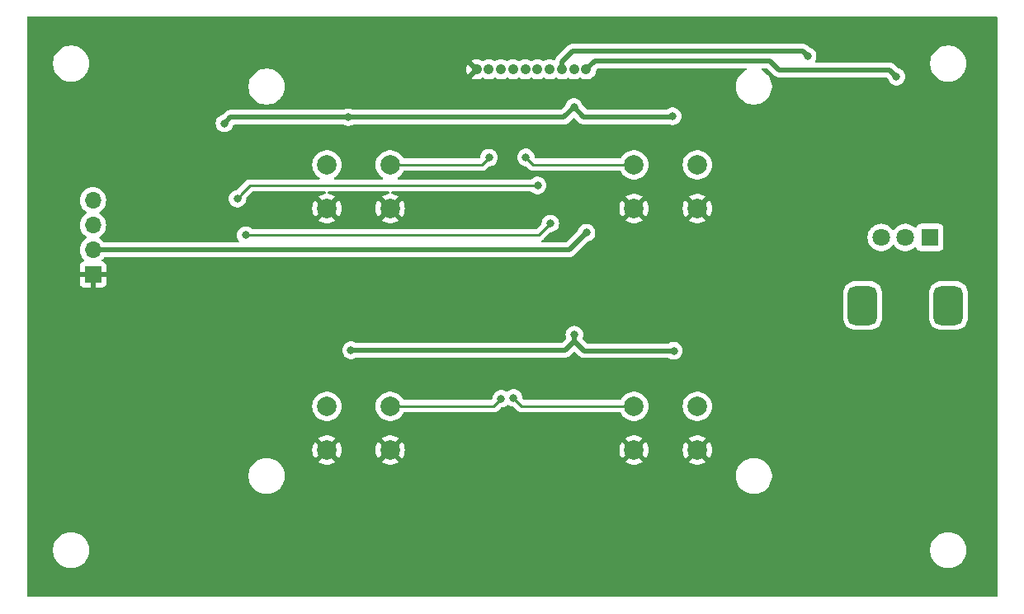
<source format=gbr>
%TF.GenerationSoftware,KiCad,Pcbnew,8.0.6*%
%TF.CreationDate,2025-07-22T18:05:31-04:00*%
%TF.ProjectId,receiver,72656365-6976-4657-922e-6b696361645f,rev?*%
%TF.SameCoordinates,Original*%
%TF.FileFunction,Copper,L1,Top*%
%TF.FilePolarity,Positive*%
%FSLAX46Y46*%
G04 Gerber Fmt 4.6, Leading zero omitted, Abs format (unit mm)*
G04 Created by KiCad (PCBNEW 8.0.6) date 2025-07-22 18:05:31*
%MOMM*%
%LPD*%
G01*
G04 APERTURE LIST*
G04 Aperture macros list*
%AMRoundRect*
0 Rectangle with rounded corners*
0 $1 Rounding radius*
0 $2 $3 $4 $5 $6 $7 $8 $9 X,Y pos of 4 corners*
0 Add a 4 corners polygon primitive as box body*
4,1,4,$2,$3,$4,$5,$6,$7,$8,$9,$2,$3,0*
0 Add four circle primitives for the rounded corners*
1,1,$1+$1,$2,$3*
1,1,$1+$1,$4,$5*
1,1,$1+$1,$6,$7*
1,1,$1+$1,$8,$9*
0 Add four rect primitives between the rounded corners*
20,1,$1+$1,$2,$3,$4,$5,0*
20,1,$1+$1,$4,$5,$6,$7,0*
20,1,$1+$1,$6,$7,$8,$9,0*
20,1,$1+$1,$8,$9,$2,$3,0*%
G04 Aperture macros list end*
%TA.AperFunction,ComponentPad*%
%ADD10C,2.000000*%
%TD*%
%TA.AperFunction,ComponentPad*%
%ADD11R,1.700000X1.700000*%
%TD*%
%TA.AperFunction,ComponentPad*%
%ADD12O,1.700000X1.700000*%
%TD*%
%TA.AperFunction,ComponentPad*%
%ADD13R,1.800000X1.800000*%
%TD*%
%TA.AperFunction,ComponentPad*%
%ADD14C,1.800000*%
%TD*%
%TA.AperFunction,ComponentPad*%
%ADD15RoundRect,0.750000X-0.750000X1.250000X-0.750000X-1.250000X0.750000X-1.250000X0.750000X1.250000X0*%
%TD*%
%TA.AperFunction,ComponentPad*%
%ADD16C,1.066800*%
%TD*%
%TA.AperFunction,ViaPad*%
%ADD17C,0.800000*%
%TD*%
%TA.AperFunction,Conductor*%
%ADD18C,0.250000*%
%TD*%
%TA.AperFunction,Conductor*%
%ADD19C,0.500000*%
%TD*%
G04 APERTURE END LIST*
D10*
%TO.P,SW2,1,1*%
%TO.N,PUSH_2_IB*%
X167785227Y-136097935D03*
X174285227Y-136097935D03*
%TO.P,SW2,2,2*%
%TO.N,GND_IB*%
X167785227Y-140597935D03*
X174285227Y-140597935D03*
%TD*%
D11*
%TO.P,J4,1,GND*%
%TO.N,GND_IB*%
X112278989Y-122583887D03*
D12*
%TO.P,J4,2,VCC*%
%TO.N,+5V_IB*%
X112278989Y-120043887D03*
%TO.P,J4,3,SDA*%
%TO.N,Net-(J4-SDA)*%
X112278989Y-117503887D03*
%TO.P,J4,4,SCL*%
%TO.N,Net-(J4-SCL)*%
X112278989Y-114963887D03*
%TD*%
D10*
%TO.P,SW4,1,1*%
%TO.N,PUSH_4_IB*%
X136278737Y-111286784D03*
X142778737Y-111286784D03*
%TO.P,SW4,2,2*%
%TO.N,GND_IB*%
X136278737Y-115786784D03*
X142778737Y-115786784D03*
%TD*%
%TO.P,SW1,1,1*%
%TO.N,PUSH_1_IB*%
X167785227Y-111286784D03*
X174285227Y-111286784D03*
%TO.P,SW1,2,2*%
%TO.N,GND_IB*%
X167785227Y-115786784D03*
X174285227Y-115786784D03*
%TD*%
D13*
%TO.P,RV1,1,1*%
%TO.N,Net-(BUZ_R1-Pad1)*%
X198149327Y-118756900D03*
D14*
%TO.P,RV1,2,2*%
%TO.N,Net-(BUZ_D1-K)*%
X195649327Y-118756900D03*
%TO.P,RV1,3,3*%
X193149327Y-118756900D03*
D15*
%TO.P,RV1,MP*%
%TO.N,N/C*%
X200049327Y-125756900D03*
X191249327Y-125756900D03*
%TD*%
D16*
%TO.P,IF2,1,P1*%
%TO.N,+5V_IB*%
X162881478Y-101502772D03*
%TO.P,IF2,2,P2*%
%TO.N,+3.3V_IB*%
X161631478Y-101502772D03*
%TO.P,IF2,3,P3*%
%TO.N,BUZZER_IB*%
X160381478Y-101502772D03*
%TO.P,IF2,4,P4*%
%TO.N,I2C_SDA_IB*%
X159131478Y-101502772D03*
%TO.P,IF2,5,P5*%
%TO.N,I2C_SCL_IB*%
X157881478Y-101502772D03*
%TO.P,IF2,6,P6*%
%TO.N,PUSH_1_IB*%
X156631478Y-101502772D03*
%TO.P,IF2,7,P7*%
%TO.N,PUSH_2_IB*%
X155381478Y-101502772D03*
%TO.P,IF2,8,P8*%
%TO.N,PUSH_3_IB*%
X154131478Y-101502772D03*
%TO.P,IF2,9,P9*%
%TO.N,PUSH_4_IB*%
X152881478Y-101502772D03*
%TO.P,IF2,10,P10*%
%TO.N,GND_IB*%
X151631478Y-101502772D03*
%TD*%
D10*
%TO.P,SW3,1,1*%
%TO.N,PUSH_3_IB*%
X136278737Y-136097935D03*
X142778737Y-136097935D03*
%TO.P,SW3,2,2*%
%TO.N,GND_IB*%
X136278737Y-140597935D03*
X142778737Y-140597935D03*
%TD*%
D17*
%TO.N,I2C_SCL_IB*%
X157913878Y-113424965D03*
%TO.N,I2C_SDA_IB*%
X127953985Y-118537011D03*
%TO.N,PUSH_4_IB*%
X152912449Y-110564613D03*
%TO.N,I2C_SDA_IB*%
X159210029Y-117334855D03*
%TO.N,I2C_SCL_IB*%
X127106789Y-114782957D03*
%TO.N,+5V_IB*%
X162911798Y-118267883D03*
%TO.N,BUZZER_IB*%
X185604476Y-100111383D03*
%TO.N,+5V_IB*%
X194719198Y-102252512D03*
%TO.N,PUSH_3_IB*%
X154151707Y-135334952D03*
%TO.N,PUSH_2_IB*%
X155428068Y-135245901D03*
%TO.N,+3.3V_IB*%
X125766183Y-107046116D03*
X138745754Y-130355375D03*
X171878615Y-130399277D03*
%TO.N,PUSH_1_IB*%
X156697010Y-110534927D03*
%TO.N,+3.3V_IB*%
X138481078Y-106420480D03*
X161673279Y-128756826D03*
X161631478Y-105381579D03*
X171753330Y-106301748D03*
%TD*%
D18*
%TO.N,I2C_SDA_IB*%
X158007873Y-118537011D02*
X159210029Y-117334855D01*
X127953985Y-118537011D02*
X158007873Y-118537011D01*
%TO.N,I2C_SCL_IB*%
X128349757Y-113424965D02*
X157913878Y-113424965D01*
X127422962Y-114466784D02*
X127422962Y-114351760D01*
X127422962Y-114351760D02*
X128349757Y-113424965D01*
%TO.N,PUSH_4_IB*%
X142778737Y-111286784D02*
X152190278Y-111286784D01*
D19*
%TO.N,BUZZER_IB*%
X160381478Y-101502772D02*
X160381478Y-100748431D01*
%TO.N,+5V_IB*%
X162911798Y-118267883D02*
X161135794Y-120043887D01*
D18*
%TO.N,PUSH_4_IB*%
X152190278Y-111286784D02*
X152912449Y-110564613D01*
D19*
%TO.N,BUZZER_IB*%
X160381478Y-100748431D02*
X161497160Y-99632749D01*
X182858813Y-99632749D02*
X185125842Y-99632749D01*
X185125842Y-99632749D02*
X185604476Y-100111383D01*
%TO.N,+5V_IB*%
X161135794Y-120043887D02*
X112278989Y-120043887D01*
%TO.N,BUZZER_IB*%
X161497160Y-99632749D02*
X182858813Y-99632749D01*
%TO.N,+5V_IB*%
X162881478Y-101502772D02*
X163766042Y-100618208D01*
D18*
%TO.N,PUSH_3_IB*%
X153388724Y-136097935D02*
X154151707Y-135334952D01*
D19*
%TO.N,+5V_IB*%
X181761976Y-100618208D02*
X182681794Y-101538026D01*
D18*
%TO.N,PUSH_2_IB*%
X167785227Y-136097935D02*
X156280102Y-136097935D01*
%TO.N,PUSH_3_IB*%
X142778737Y-136097935D02*
X153388724Y-136097935D01*
D19*
%TO.N,+5V_IB*%
X182681794Y-101538026D02*
X194004712Y-101538026D01*
X194004712Y-101538026D02*
X194719198Y-102252512D01*
X163766042Y-100618208D02*
X181761976Y-100618208D01*
D18*
%TO.N,PUSH_2_IB*%
X156280102Y-136097935D02*
X155428068Y-135245901D01*
%TO.N,I2C_SCL_IB*%
X127106789Y-114782957D02*
X127422962Y-114466784D01*
D19*
%TO.N,+3.3V_IB*%
X138745754Y-130355375D02*
X138749466Y-130351663D01*
X161673279Y-128756826D02*
X161673279Y-129401812D01*
X138481078Y-106420480D02*
X126391819Y-106420480D01*
X161673279Y-129401812D02*
X160723428Y-130351663D01*
X126391819Y-106420480D02*
X125766183Y-107046116D01*
D18*
%TO.N,PUSH_1_IB*%
X167785227Y-111286784D02*
X157448867Y-111286784D01*
X157448867Y-111286784D02*
X156697010Y-110534927D01*
D19*
%TO.N,+3.3V_IB*%
X171679124Y-106375954D02*
X162625853Y-106375954D01*
X160592577Y-106420480D02*
X161631478Y-105381579D01*
X138481078Y-106420480D02*
X160592577Y-106420480D01*
X162625853Y-106375954D02*
X161631478Y-105381579D01*
X171753330Y-106301748D02*
X171679124Y-106375954D01*
X138749466Y-130351663D02*
X160723428Y-130351663D01*
X162670744Y-130399277D02*
X161673279Y-129401812D01*
X171878615Y-130399277D02*
X162670744Y-130399277D01*
%TD*%
%TA.AperFunction,Conductor*%
%TO.N,GND_IB*%
G36*
X205041205Y-96105569D02*
G01*
X205086960Y-96158373D01*
X205098166Y-96209884D01*
X205098166Y-155570884D01*
X205078481Y-155637923D01*
X205025677Y-155683678D01*
X204974166Y-155694884D01*
X105613166Y-155694884D01*
X105546127Y-155675199D01*
X105500372Y-155622395D01*
X105489166Y-155570884D01*
X105489166Y-150772360D01*
X108174689Y-150772360D01*
X108174689Y-151014937D01*
X108206350Y-151255434D01*
X108269136Y-151489753D01*
X108361962Y-151713854D01*
X108361965Y-151713861D01*
X108483253Y-151923938D01*
X108483255Y-151923941D01*
X108483256Y-151923942D01*
X108630922Y-152116385D01*
X108630928Y-152116392D01*
X108802445Y-152287909D01*
X108802451Y-152287914D01*
X108994900Y-152435585D01*
X109204977Y-152556873D01*
X109429089Y-152649703D01*
X109663400Y-152712487D01*
X109843775Y-152736233D01*
X109903900Y-152744149D01*
X109903901Y-152744149D01*
X110146478Y-152744149D01*
X110194577Y-152737816D01*
X110386978Y-152712487D01*
X110621289Y-152649703D01*
X110845401Y-152556873D01*
X111055478Y-152435585D01*
X111247927Y-152287914D01*
X111419454Y-152116387D01*
X111567125Y-151923938D01*
X111688413Y-151713861D01*
X111781243Y-151489749D01*
X111844027Y-151255438D01*
X111875689Y-151014937D01*
X111875689Y-150772361D01*
X111875689Y-150772360D01*
X198174689Y-150772360D01*
X198174689Y-151014937D01*
X198206350Y-151255434D01*
X198269136Y-151489753D01*
X198361962Y-151713854D01*
X198361965Y-151713861D01*
X198483253Y-151923938D01*
X198483255Y-151923941D01*
X198483256Y-151923942D01*
X198630922Y-152116385D01*
X198630928Y-152116392D01*
X198802445Y-152287909D01*
X198802451Y-152287914D01*
X198994900Y-152435585D01*
X199204977Y-152556873D01*
X199429089Y-152649703D01*
X199663400Y-152712487D01*
X199843775Y-152736233D01*
X199903900Y-152744149D01*
X199903901Y-152744149D01*
X200146478Y-152744149D01*
X200194577Y-152737816D01*
X200386978Y-152712487D01*
X200621289Y-152649703D01*
X200845401Y-152556873D01*
X201055478Y-152435585D01*
X201247927Y-152287914D01*
X201419454Y-152116387D01*
X201567125Y-151923938D01*
X201688413Y-151713861D01*
X201781243Y-151489749D01*
X201844027Y-151255438D01*
X201875689Y-151014937D01*
X201875689Y-150772361D01*
X201844027Y-150531860D01*
X201781243Y-150297549D01*
X201688413Y-150073437D01*
X201567125Y-149863360D01*
X201419454Y-149670911D01*
X201419449Y-149670905D01*
X201247932Y-149499388D01*
X201247925Y-149499382D01*
X201055482Y-149351716D01*
X201055481Y-149351715D01*
X201055478Y-149351713D01*
X200845401Y-149230425D01*
X200845394Y-149230422D01*
X200621293Y-149137596D01*
X200386974Y-149074810D01*
X200146478Y-149043149D01*
X200146477Y-149043149D01*
X199903901Y-149043149D01*
X199903900Y-149043149D01*
X199663403Y-149074810D01*
X199429084Y-149137596D01*
X199204983Y-149230422D01*
X199204974Y-149230426D01*
X198994895Y-149351716D01*
X198802452Y-149499382D01*
X198802445Y-149499388D01*
X198630928Y-149670905D01*
X198630922Y-149670912D01*
X198483256Y-149863355D01*
X198361966Y-150073434D01*
X198361962Y-150073443D01*
X198269136Y-150297544D01*
X198206350Y-150531863D01*
X198174689Y-150772360D01*
X111875689Y-150772360D01*
X111844027Y-150531860D01*
X111781243Y-150297549D01*
X111688413Y-150073437D01*
X111567125Y-149863360D01*
X111419454Y-149670911D01*
X111419449Y-149670905D01*
X111247932Y-149499388D01*
X111247925Y-149499382D01*
X111055482Y-149351716D01*
X111055481Y-149351715D01*
X111055478Y-149351713D01*
X110845401Y-149230425D01*
X110845394Y-149230422D01*
X110621293Y-149137596D01*
X110386974Y-149074810D01*
X110146478Y-149043149D01*
X110146477Y-149043149D01*
X109903901Y-149043149D01*
X109903900Y-149043149D01*
X109663403Y-149074810D01*
X109429084Y-149137596D01*
X109204983Y-149230422D01*
X109204974Y-149230426D01*
X108994895Y-149351716D01*
X108802452Y-149499382D01*
X108802445Y-149499388D01*
X108630928Y-149670905D01*
X108630922Y-149670912D01*
X108483256Y-149863355D01*
X108361966Y-150073434D01*
X108361962Y-150073443D01*
X108269136Y-150297544D01*
X108206350Y-150531863D01*
X108174689Y-150772360D01*
X105489166Y-150772360D01*
X105489166Y-143139084D01*
X128243109Y-143139084D01*
X128243109Y-143381661D01*
X128274770Y-143622158D01*
X128337556Y-143856477D01*
X128430382Y-144080578D01*
X128430385Y-144080585D01*
X128551673Y-144290662D01*
X128551675Y-144290665D01*
X128551676Y-144290666D01*
X128699342Y-144483109D01*
X128699348Y-144483116D01*
X128870865Y-144654633D01*
X128870871Y-144654638D01*
X129063320Y-144802309D01*
X129273397Y-144923597D01*
X129497509Y-145016427D01*
X129731820Y-145079211D01*
X129912195Y-145102957D01*
X129972320Y-145110873D01*
X129972321Y-145110873D01*
X130214898Y-145110873D01*
X130262997Y-145104540D01*
X130455398Y-145079211D01*
X130689709Y-145016427D01*
X130913821Y-144923597D01*
X131123898Y-144802309D01*
X131316347Y-144654638D01*
X131487874Y-144483111D01*
X131635545Y-144290662D01*
X131756833Y-144080585D01*
X131849663Y-143856473D01*
X131912447Y-143622162D01*
X131944109Y-143381661D01*
X131944109Y-143139085D01*
X131944109Y-143139084D01*
X178243109Y-143139084D01*
X178243109Y-143381661D01*
X178274770Y-143622158D01*
X178337556Y-143856477D01*
X178430382Y-144080578D01*
X178430385Y-144080585D01*
X178551673Y-144290662D01*
X178551675Y-144290665D01*
X178551676Y-144290666D01*
X178699342Y-144483109D01*
X178699348Y-144483116D01*
X178870865Y-144654633D01*
X178870871Y-144654638D01*
X179063320Y-144802309D01*
X179273397Y-144923597D01*
X179497509Y-145016427D01*
X179731820Y-145079211D01*
X179912195Y-145102957D01*
X179972320Y-145110873D01*
X179972321Y-145110873D01*
X180214898Y-145110873D01*
X180262997Y-145104540D01*
X180455398Y-145079211D01*
X180689709Y-145016427D01*
X180913821Y-144923597D01*
X181123898Y-144802309D01*
X181316347Y-144654638D01*
X181487874Y-144483111D01*
X181635545Y-144290662D01*
X181756833Y-144080585D01*
X181849663Y-143856473D01*
X181912447Y-143622162D01*
X181944109Y-143381661D01*
X181944109Y-143139085D01*
X181912447Y-142898584D01*
X181849663Y-142664273D01*
X181756833Y-142440161D01*
X181635545Y-142230084D01*
X181487874Y-142037635D01*
X181487869Y-142037629D01*
X181316352Y-141866112D01*
X181316345Y-141866106D01*
X181123902Y-141718440D01*
X181123901Y-141718439D01*
X181123898Y-141718437D01*
X180913821Y-141597149D01*
X180913814Y-141597146D01*
X180689713Y-141504320D01*
X180455394Y-141441534D01*
X180214898Y-141409873D01*
X180214897Y-141409873D01*
X179972321Y-141409873D01*
X179972320Y-141409873D01*
X179731823Y-141441534D01*
X179497504Y-141504320D01*
X179273403Y-141597146D01*
X179273394Y-141597150D01*
X179063315Y-141718440D01*
X178870872Y-141866106D01*
X178870865Y-141866112D01*
X178699348Y-142037629D01*
X178699342Y-142037636D01*
X178551676Y-142230079D01*
X178430386Y-142440158D01*
X178430382Y-142440167D01*
X178337556Y-142664268D01*
X178274770Y-142898587D01*
X178243109Y-143139084D01*
X131944109Y-143139084D01*
X131912447Y-142898584D01*
X131849663Y-142664273D01*
X131756833Y-142440161D01*
X131635545Y-142230084D01*
X131487874Y-142037635D01*
X131487869Y-142037629D01*
X131316352Y-141866112D01*
X131316345Y-141866106D01*
X131123902Y-141718440D01*
X131123901Y-141718439D01*
X131123898Y-141718437D01*
X130913821Y-141597149D01*
X130913814Y-141597146D01*
X130689713Y-141504320D01*
X130455394Y-141441534D01*
X130214898Y-141409873D01*
X130214897Y-141409873D01*
X129972321Y-141409873D01*
X129972320Y-141409873D01*
X129731823Y-141441534D01*
X129497504Y-141504320D01*
X129273403Y-141597146D01*
X129273394Y-141597150D01*
X129063315Y-141718440D01*
X128870872Y-141866106D01*
X128870865Y-141866112D01*
X128699348Y-142037629D01*
X128699342Y-142037636D01*
X128551676Y-142230079D01*
X128430386Y-142440158D01*
X128430382Y-142440167D01*
X128337556Y-142664268D01*
X128274770Y-142898587D01*
X128243109Y-143139084D01*
X105489166Y-143139084D01*
X105489166Y-140597929D01*
X134773596Y-140597929D01*
X134773596Y-140597940D01*
X134794122Y-140845664D01*
X134794124Y-140845673D01*
X134855149Y-141086652D01*
X134955003Y-141314299D01*
X135055301Y-141467817D01*
X135754949Y-140768169D01*
X135766219Y-140810227D01*
X135838627Y-140935643D01*
X135941029Y-141038045D01*
X136066445Y-141110453D01*
X136108502Y-141121722D01*
X135408679Y-141821544D01*
X135455505Y-141857990D01*
X135455507Y-141857991D01*
X135674122Y-141976299D01*
X135674133Y-141976304D01*
X135909243Y-142057018D01*
X136154444Y-142097935D01*
X136403030Y-142097935D01*
X136648230Y-142057018D01*
X136883340Y-141976304D01*
X136883351Y-141976299D01*
X137101965Y-141857992D01*
X137101968Y-141857990D01*
X137148793Y-141821544D01*
X136448971Y-141121722D01*
X136491029Y-141110453D01*
X136616445Y-141038045D01*
X136718847Y-140935643D01*
X136791255Y-140810227D01*
X136802524Y-140768170D01*
X137502171Y-141467817D01*
X137602468Y-141314304D01*
X137702324Y-141086652D01*
X137763349Y-140845673D01*
X137763351Y-140845664D01*
X137783878Y-140597940D01*
X137783878Y-140597929D01*
X141273596Y-140597929D01*
X141273596Y-140597940D01*
X141294122Y-140845664D01*
X141294124Y-140845673D01*
X141355149Y-141086652D01*
X141455003Y-141314299D01*
X141555301Y-141467817D01*
X142254949Y-140768169D01*
X142266219Y-140810227D01*
X142338627Y-140935643D01*
X142441029Y-141038045D01*
X142566445Y-141110453D01*
X142608502Y-141121722D01*
X141908679Y-141821544D01*
X141955505Y-141857990D01*
X141955507Y-141857991D01*
X142174122Y-141976299D01*
X142174133Y-141976304D01*
X142409243Y-142057018D01*
X142654444Y-142097935D01*
X142903030Y-142097935D01*
X143148230Y-142057018D01*
X143383340Y-141976304D01*
X143383351Y-141976299D01*
X143601965Y-141857992D01*
X143601968Y-141857990D01*
X143648793Y-141821544D01*
X142948971Y-141121722D01*
X142991029Y-141110453D01*
X143116445Y-141038045D01*
X143218847Y-140935643D01*
X143291255Y-140810227D01*
X143302524Y-140768170D01*
X144002171Y-141467817D01*
X144102468Y-141314304D01*
X144202324Y-141086652D01*
X144263349Y-140845673D01*
X144263351Y-140845664D01*
X144283878Y-140597940D01*
X144283878Y-140597929D01*
X166280086Y-140597929D01*
X166280086Y-140597940D01*
X166300612Y-140845664D01*
X166300614Y-140845673D01*
X166361639Y-141086652D01*
X166461493Y-141314299D01*
X166561791Y-141467817D01*
X167261439Y-140768169D01*
X167272709Y-140810227D01*
X167345117Y-140935643D01*
X167447519Y-141038045D01*
X167572935Y-141110453D01*
X167614992Y-141121722D01*
X166915169Y-141821544D01*
X166961995Y-141857990D01*
X166961997Y-141857991D01*
X167180612Y-141976299D01*
X167180623Y-141976304D01*
X167415733Y-142057018D01*
X167660934Y-142097935D01*
X167909520Y-142097935D01*
X168154720Y-142057018D01*
X168389830Y-141976304D01*
X168389841Y-141976299D01*
X168608455Y-141857992D01*
X168608458Y-141857990D01*
X168655283Y-141821544D01*
X167955461Y-141121722D01*
X167997519Y-141110453D01*
X168122935Y-141038045D01*
X168225337Y-140935643D01*
X168297745Y-140810227D01*
X168309014Y-140768169D01*
X169008661Y-141467817D01*
X169108958Y-141314304D01*
X169208814Y-141086652D01*
X169269839Y-140845673D01*
X169269841Y-140845664D01*
X169290368Y-140597940D01*
X169290368Y-140597929D01*
X172780086Y-140597929D01*
X172780086Y-140597940D01*
X172800612Y-140845664D01*
X172800614Y-140845673D01*
X172861639Y-141086652D01*
X172961493Y-141314299D01*
X173061791Y-141467817D01*
X173761439Y-140768169D01*
X173772709Y-140810227D01*
X173845117Y-140935643D01*
X173947519Y-141038045D01*
X174072935Y-141110453D01*
X174114992Y-141121722D01*
X173415169Y-141821544D01*
X173461995Y-141857990D01*
X173461997Y-141857991D01*
X173680612Y-141976299D01*
X173680623Y-141976304D01*
X173915733Y-142057018D01*
X174160934Y-142097935D01*
X174409520Y-142097935D01*
X174654720Y-142057018D01*
X174889830Y-141976304D01*
X174889841Y-141976299D01*
X175108455Y-141857992D01*
X175108458Y-141857990D01*
X175155283Y-141821544D01*
X174455461Y-141121722D01*
X174497519Y-141110453D01*
X174622935Y-141038045D01*
X174725337Y-140935643D01*
X174797745Y-140810227D01*
X174809014Y-140768170D01*
X175508661Y-141467817D01*
X175608958Y-141314304D01*
X175708814Y-141086652D01*
X175769839Y-140845673D01*
X175769841Y-140845664D01*
X175790368Y-140597940D01*
X175790368Y-140597929D01*
X175769841Y-140350205D01*
X175769839Y-140350196D01*
X175708814Y-140109217D01*
X175608958Y-139881565D01*
X175508661Y-139728051D01*
X174809014Y-140427699D01*
X174797745Y-140385643D01*
X174725337Y-140260227D01*
X174622935Y-140157825D01*
X174497519Y-140085417D01*
X174455462Y-140074147D01*
X175155284Y-139374325D01*
X175155283Y-139374324D01*
X175108456Y-139337878D01*
X174889841Y-139219570D01*
X174889830Y-139219565D01*
X174654720Y-139138851D01*
X174409520Y-139097935D01*
X174160934Y-139097935D01*
X173915733Y-139138851D01*
X173680623Y-139219565D01*
X173680617Y-139219567D01*
X173461988Y-139337884D01*
X173415169Y-139374323D01*
X173415169Y-139374325D01*
X174114992Y-140074147D01*
X174072935Y-140085417D01*
X173947519Y-140157825D01*
X173845117Y-140260227D01*
X173772709Y-140385643D01*
X173761439Y-140427699D01*
X173061791Y-139728051D01*
X172961494Y-139881567D01*
X172861639Y-140109217D01*
X172800614Y-140350196D01*
X172800612Y-140350205D01*
X172780086Y-140597929D01*
X169290368Y-140597929D01*
X169269841Y-140350205D01*
X169269839Y-140350196D01*
X169208814Y-140109217D01*
X169108958Y-139881565D01*
X169008661Y-139728051D01*
X168309014Y-140427699D01*
X168297745Y-140385643D01*
X168225337Y-140260227D01*
X168122935Y-140157825D01*
X167997519Y-140085417D01*
X167955462Y-140074147D01*
X168655284Y-139374325D01*
X168655283Y-139374324D01*
X168608456Y-139337878D01*
X168389841Y-139219570D01*
X168389830Y-139219565D01*
X168154720Y-139138851D01*
X167909520Y-139097935D01*
X167660934Y-139097935D01*
X167415733Y-139138851D01*
X167180623Y-139219565D01*
X167180617Y-139219567D01*
X166961988Y-139337884D01*
X166915169Y-139374323D01*
X166915169Y-139374325D01*
X167614992Y-140074147D01*
X167572935Y-140085417D01*
X167447519Y-140157825D01*
X167345117Y-140260227D01*
X167272709Y-140385643D01*
X167261439Y-140427699D01*
X166561791Y-139728051D01*
X166461494Y-139881567D01*
X166361639Y-140109217D01*
X166300614Y-140350196D01*
X166300612Y-140350205D01*
X166280086Y-140597929D01*
X144283878Y-140597929D01*
X144263351Y-140350205D01*
X144263349Y-140350196D01*
X144202324Y-140109217D01*
X144102468Y-139881565D01*
X144002171Y-139728051D01*
X143302524Y-140427699D01*
X143291255Y-140385643D01*
X143218847Y-140260227D01*
X143116445Y-140157825D01*
X142991029Y-140085417D01*
X142948972Y-140074147D01*
X143648794Y-139374325D01*
X143648793Y-139374324D01*
X143601966Y-139337878D01*
X143383351Y-139219570D01*
X143383340Y-139219565D01*
X143148230Y-139138851D01*
X142903030Y-139097935D01*
X142654444Y-139097935D01*
X142409243Y-139138851D01*
X142174133Y-139219565D01*
X142174127Y-139219567D01*
X141955498Y-139337884D01*
X141908679Y-139374323D01*
X141908679Y-139374325D01*
X142608502Y-140074147D01*
X142566445Y-140085417D01*
X142441029Y-140157825D01*
X142338627Y-140260227D01*
X142266219Y-140385643D01*
X142254949Y-140427699D01*
X141555301Y-139728051D01*
X141455004Y-139881567D01*
X141355149Y-140109217D01*
X141294124Y-140350196D01*
X141294122Y-140350205D01*
X141273596Y-140597929D01*
X137783878Y-140597929D01*
X137763351Y-140350205D01*
X137763349Y-140350196D01*
X137702324Y-140109217D01*
X137602468Y-139881565D01*
X137502171Y-139728051D01*
X136802524Y-140427699D01*
X136791255Y-140385643D01*
X136718847Y-140260227D01*
X136616445Y-140157825D01*
X136491029Y-140085417D01*
X136448972Y-140074147D01*
X137148794Y-139374325D01*
X137148793Y-139374324D01*
X137101966Y-139337878D01*
X136883351Y-139219570D01*
X136883340Y-139219565D01*
X136648230Y-139138851D01*
X136403030Y-139097935D01*
X136154444Y-139097935D01*
X135909243Y-139138851D01*
X135674133Y-139219565D01*
X135674127Y-139219567D01*
X135455498Y-139337884D01*
X135408679Y-139374323D01*
X135408679Y-139374325D01*
X136108502Y-140074147D01*
X136066445Y-140085417D01*
X135941029Y-140157825D01*
X135838627Y-140260227D01*
X135766219Y-140385643D01*
X135754949Y-140427699D01*
X135055301Y-139728051D01*
X134955004Y-139881567D01*
X134855149Y-140109217D01*
X134794124Y-140350196D01*
X134794122Y-140350205D01*
X134773596Y-140597929D01*
X105489166Y-140597929D01*
X105489166Y-136097929D01*
X134773094Y-136097929D01*
X134773094Y-136097940D01*
X134793627Y-136345747D01*
X134793629Y-136345759D01*
X134854673Y-136586816D01*
X134954563Y-136814541D01*
X135090570Y-137022717D01*
X135090573Y-137022720D01*
X135258993Y-137205673D01*
X135455228Y-137358409D01*
X135673927Y-137476763D01*
X135909123Y-137557506D01*
X136154402Y-137598435D01*
X136403072Y-137598435D01*
X136648351Y-137557506D01*
X136883547Y-137476763D01*
X137102246Y-137358409D01*
X137298481Y-137205673D01*
X137466901Y-137022720D01*
X137602910Y-136814542D01*
X137702800Y-136586816D01*
X137763845Y-136345756D01*
X137769976Y-136271770D01*
X137784380Y-136097940D01*
X137784380Y-136097929D01*
X141273094Y-136097929D01*
X141273094Y-136097940D01*
X141293627Y-136345747D01*
X141293629Y-136345759D01*
X141354673Y-136586816D01*
X141454563Y-136814541D01*
X141590570Y-137022717D01*
X141590573Y-137022720D01*
X141758993Y-137205673D01*
X141955228Y-137358409D01*
X142173927Y-137476763D01*
X142409123Y-137557506D01*
X142654402Y-137598435D01*
X142903072Y-137598435D01*
X143148351Y-137557506D01*
X143383547Y-137476763D01*
X143602246Y-137358409D01*
X143798481Y-137205673D01*
X143966901Y-137022720D01*
X144102910Y-136814542D01*
X144102912Y-136814538D01*
X144110332Y-136797624D01*
X144155288Y-136744138D01*
X144222024Y-136723449D01*
X144223887Y-136723435D01*
X153450331Y-136723435D01*
X153510753Y-136711416D01*
X153571176Y-136699398D01*
X153571179Y-136699396D01*
X153571182Y-136699396D01*
X153604511Y-136685589D01*
X153604510Y-136685589D01*
X153604516Y-136685587D01*
X153685010Y-136652247D01*
X153736233Y-136618019D01*
X153736235Y-136618018D01*
X153748995Y-136609491D01*
X153787457Y-136583793D01*
X153874582Y-136496668D01*
X153874584Y-136496664D01*
X154099479Y-136271768D01*
X154160801Y-136238286D01*
X154187159Y-136235452D01*
X154246351Y-136235452D01*
X154246353Y-136235452D01*
X154431510Y-136196096D01*
X154604437Y-136119103D01*
X154757578Y-136007840D01*
X154757581Y-136007835D01*
X154762408Y-136003491D01*
X154763401Y-136004594D01*
X154816361Y-135971953D01*
X154886218Y-135973271D01*
X154921931Y-135991250D01*
X154975333Y-136030049D01*
X154975338Y-136030052D01*
X155148260Y-136107043D01*
X155148265Y-136107045D01*
X155333422Y-136146401D01*
X155392616Y-136146401D01*
X155459655Y-136166086D01*
X155480297Y-136182720D01*
X155791118Y-136493541D01*
X155791147Y-136493572D01*
X155881366Y-136583791D01*
X155881369Y-136583793D01*
X155932592Y-136618019D01*
X155983816Y-136652247D01*
X156064309Y-136685587D01*
X156097650Y-136699398D01*
X156158073Y-136711416D01*
X156218495Y-136723435D01*
X156218496Y-136723435D01*
X166340077Y-136723435D01*
X166407116Y-136743120D01*
X166452871Y-136795924D01*
X166453632Y-136797624D01*
X166461051Y-136814538D01*
X166597060Y-137022717D01*
X166597063Y-137022720D01*
X166765483Y-137205673D01*
X166961718Y-137358409D01*
X167180417Y-137476763D01*
X167415613Y-137557506D01*
X167660892Y-137598435D01*
X167909562Y-137598435D01*
X168154841Y-137557506D01*
X168390037Y-137476763D01*
X168608736Y-137358409D01*
X168804971Y-137205673D01*
X168973391Y-137022720D01*
X169109400Y-136814542D01*
X169209290Y-136586816D01*
X169270335Y-136345756D01*
X169276466Y-136271770D01*
X169290870Y-136097940D01*
X169290870Y-136097929D01*
X172779584Y-136097929D01*
X172779584Y-136097940D01*
X172800117Y-136345747D01*
X172800119Y-136345759D01*
X172861163Y-136586816D01*
X172961053Y-136814541D01*
X173097060Y-137022717D01*
X173097063Y-137022720D01*
X173265483Y-137205673D01*
X173461718Y-137358409D01*
X173680417Y-137476763D01*
X173915613Y-137557506D01*
X174160892Y-137598435D01*
X174409562Y-137598435D01*
X174654841Y-137557506D01*
X174890037Y-137476763D01*
X175108736Y-137358409D01*
X175304971Y-137205673D01*
X175473391Y-137022720D01*
X175609400Y-136814542D01*
X175709290Y-136586816D01*
X175770335Y-136345756D01*
X175776466Y-136271770D01*
X175790870Y-136097940D01*
X175790870Y-136097929D01*
X175770336Y-135850122D01*
X175770334Y-135850110D01*
X175709290Y-135609053D01*
X175609400Y-135381328D01*
X175473393Y-135173152D01*
X175367061Y-135057645D01*
X175304971Y-134990197D01*
X175108736Y-134837461D01*
X175108734Y-134837460D01*
X175108733Y-134837459D01*
X174890038Y-134719107D01*
X174890029Y-134719104D01*
X174654843Y-134638364D01*
X174409562Y-134597435D01*
X174160892Y-134597435D01*
X173915610Y-134638364D01*
X173680424Y-134719104D01*
X173680415Y-134719107D01*
X173461720Y-134837459D01*
X173265484Y-134990196D01*
X173097060Y-135173152D01*
X172961053Y-135381328D01*
X172861163Y-135609053D01*
X172800119Y-135850110D01*
X172800117Y-135850122D01*
X172779584Y-136097929D01*
X169290870Y-136097929D01*
X169270336Y-135850122D01*
X169270334Y-135850110D01*
X169209290Y-135609053D01*
X169109400Y-135381328D01*
X168973393Y-135173152D01*
X168867061Y-135057645D01*
X168804971Y-134990197D01*
X168608736Y-134837461D01*
X168608734Y-134837460D01*
X168608733Y-134837459D01*
X168390038Y-134719107D01*
X168390029Y-134719104D01*
X168154843Y-134638364D01*
X167909562Y-134597435D01*
X167660892Y-134597435D01*
X167415610Y-134638364D01*
X167180424Y-134719104D01*
X167180415Y-134719107D01*
X166961720Y-134837459D01*
X166765484Y-134990196D01*
X166597060Y-135173152D01*
X166461051Y-135381331D01*
X166453632Y-135398246D01*
X166408676Y-135451732D01*
X166341940Y-135472421D01*
X166340077Y-135472435D01*
X156590554Y-135472435D01*
X156523515Y-135452750D01*
X156502873Y-135436116D01*
X156367028Y-135300271D01*
X156333543Y-135238948D01*
X156331391Y-135225572D01*
X156313742Y-135057645D01*
X156255247Y-134877617D01*
X156160601Y-134713685D01*
X156033939Y-134573013D01*
X156033938Y-134573012D01*
X155880802Y-134461752D01*
X155880797Y-134461749D01*
X155707875Y-134384758D01*
X155707870Y-134384756D01*
X155562069Y-134353766D01*
X155522714Y-134345401D01*
X155333422Y-134345401D01*
X155300965Y-134352299D01*
X155148265Y-134384756D01*
X155148260Y-134384758D01*
X154975338Y-134461749D01*
X154975333Y-134461752D01*
X154822199Y-134573011D01*
X154817368Y-134577361D01*
X154816379Y-134576262D01*
X154763381Y-134608908D01*
X154693524Y-134607571D01*
X154657843Y-134589602D01*
X154604441Y-134550803D01*
X154604436Y-134550800D01*
X154431514Y-134473809D01*
X154431509Y-134473807D01*
X154285708Y-134442817D01*
X154246353Y-134434452D01*
X154057061Y-134434452D01*
X154024604Y-134441350D01*
X153871904Y-134473807D01*
X153871899Y-134473809D01*
X153698977Y-134550800D01*
X153698972Y-134550803D01*
X153545836Y-134662063D01*
X153419173Y-134802737D01*
X153324528Y-134966667D01*
X153324525Y-134966674D01*
X153266034Y-135146692D01*
X153266033Y-135146696D01*
X153253622Y-135264786D01*
X153248386Y-135314602D01*
X153221801Y-135379216D01*
X153212747Y-135389320D01*
X153165953Y-135436115D01*
X153104630Y-135469601D01*
X153078271Y-135472435D01*
X144223887Y-135472435D01*
X144156848Y-135452750D01*
X144111093Y-135399946D01*
X144110332Y-135398246D01*
X144102912Y-135381331D01*
X143966903Y-135173152D01*
X143860571Y-135057645D01*
X143798481Y-134990197D01*
X143602246Y-134837461D01*
X143602244Y-134837460D01*
X143602243Y-134837459D01*
X143383548Y-134719107D01*
X143383539Y-134719104D01*
X143148353Y-134638364D01*
X142903072Y-134597435D01*
X142654402Y-134597435D01*
X142409120Y-134638364D01*
X142173934Y-134719104D01*
X142173925Y-134719107D01*
X141955230Y-134837459D01*
X141758994Y-134990196D01*
X141590570Y-135173152D01*
X141454563Y-135381328D01*
X141354673Y-135609053D01*
X141293629Y-135850110D01*
X141293627Y-135850122D01*
X141273094Y-136097929D01*
X137784380Y-136097929D01*
X137763846Y-135850122D01*
X137763844Y-135850110D01*
X137702800Y-135609053D01*
X137602910Y-135381328D01*
X137466903Y-135173152D01*
X137360571Y-135057645D01*
X137298481Y-134990197D01*
X137102246Y-134837461D01*
X137102244Y-134837460D01*
X137102243Y-134837459D01*
X136883548Y-134719107D01*
X136883539Y-134719104D01*
X136648353Y-134638364D01*
X136403072Y-134597435D01*
X136154402Y-134597435D01*
X135909120Y-134638364D01*
X135673934Y-134719104D01*
X135673925Y-134719107D01*
X135455230Y-134837459D01*
X135258994Y-134990196D01*
X135090570Y-135173152D01*
X134954563Y-135381328D01*
X134854673Y-135609053D01*
X134793629Y-135850110D01*
X134793627Y-135850122D01*
X134773094Y-136097929D01*
X105489166Y-136097929D01*
X105489166Y-130355375D01*
X137840294Y-130355375D01*
X137860080Y-130543631D01*
X137860081Y-130543634D01*
X137918572Y-130723652D01*
X137918575Y-130723659D01*
X138013221Y-130887591D01*
X138055562Y-130934615D01*
X138139883Y-131028263D01*
X138293019Y-131139523D01*
X138293024Y-131139526D01*
X138465946Y-131216517D01*
X138465951Y-131216519D01*
X138651108Y-131255875D01*
X138651109Y-131255875D01*
X138840398Y-131255875D01*
X138840400Y-131255875D01*
X139025557Y-131216519D01*
X139198484Y-131139526D01*
X139201690Y-131137196D01*
X139217315Y-131125845D01*
X139283121Y-131102365D01*
X139290200Y-131102163D01*
X160797348Y-131102163D01*
X160894890Y-131082759D01*
X160942341Y-131073321D01*
X161051121Y-131028263D01*
X161078919Y-131016749D01*
X161078920Y-131016748D01*
X161078923Y-131016747D01*
X161130583Y-130982229D01*
X161201844Y-130934615D01*
X161585598Y-130550859D01*
X161646921Y-130517375D01*
X161716612Y-130522359D01*
X161760960Y-130550860D01*
X162087793Y-130877693D01*
X162141591Y-130931491D01*
X162192329Y-130982229D01*
X162315242Y-131064357D01*
X162315255Y-131064364D01*
X162345841Y-131077033D01*
X162345842Y-131077033D01*
X162451832Y-131120936D01*
X162567985Y-131144040D01*
X162587212Y-131147864D01*
X162596825Y-131149777D01*
X162596826Y-131149777D01*
X162596827Y-131149777D01*
X162744662Y-131149777D01*
X171339278Y-131149777D01*
X171406317Y-131169462D01*
X171412163Y-131173459D01*
X171425880Y-131183425D01*
X171425885Y-131183428D01*
X171598807Y-131260419D01*
X171598812Y-131260421D01*
X171783969Y-131299777D01*
X171783970Y-131299777D01*
X171973259Y-131299777D01*
X171973261Y-131299777D01*
X172158418Y-131260421D01*
X172331345Y-131183428D01*
X172484486Y-131072165D01*
X172611148Y-130931493D01*
X172705794Y-130767561D01*
X172764289Y-130587533D01*
X172784075Y-130399277D01*
X172764289Y-130211021D01*
X172705794Y-130030993D01*
X172611148Y-129867061D01*
X172484486Y-129726389D01*
X172484485Y-129726388D01*
X172331349Y-129615128D01*
X172331344Y-129615125D01*
X172158422Y-129538134D01*
X172158417Y-129538132D01*
X172012616Y-129507142D01*
X171973261Y-129498777D01*
X171783969Y-129498777D01*
X171751512Y-129505675D01*
X171598812Y-129538132D01*
X171598807Y-129538134D01*
X171425885Y-129615125D01*
X171425880Y-129615128D01*
X171412163Y-129625095D01*
X171346357Y-129648575D01*
X171339278Y-129648777D01*
X163032973Y-129648777D01*
X162965934Y-129629092D01*
X162945292Y-129612458D01*
X162543763Y-129210928D01*
X162510278Y-129149605D01*
X162513512Y-129084931D01*
X162558953Y-128945082D01*
X162578739Y-128756826D01*
X162558953Y-128568570D01*
X162500458Y-128388542D01*
X162405812Y-128224610D01*
X162279150Y-128083938D01*
X162279149Y-128083937D01*
X162126013Y-127972677D01*
X162126008Y-127972674D01*
X161953086Y-127895683D01*
X161953081Y-127895681D01*
X161807280Y-127864691D01*
X161767925Y-127856326D01*
X161578633Y-127856326D01*
X161546176Y-127863224D01*
X161393476Y-127895681D01*
X161393471Y-127895683D01*
X161220549Y-127972674D01*
X161220544Y-127972677D01*
X161067408Y-128083937D01*
X160940745Y-128224611D01*
X160846100Y-128388541D01*
X160846097Y-128388548D01*
X160787606Y-128568566D01*
X160787605Y-128568570D01*
X160767819Y-128756826D01*
X160787605Y-128945082D01*
X160787606Y-128945085D01*
X160833044Y-129084929D01*
X160835039Y-129154770D01*
X160802794Y-129210928D01*
X160448879Y-129564844D01*
X160387556Y-129598329D01*
X160361198Y-129601163D01*
X139279982Y-129601163D01*
X139212943Y-129581478D01*
X139207105Y-129577487D01*
X139198484Y-129571224D01*
X139198482Y-129571223D01*
X139198483Y-129571223D01*
X139025561Y-129494232D01*
X139025556Y-129494230D01*
X138879755Y-129463240D01*
X138840400Y-129454875D01*
X138651108Y-129454875D01*
X138618651Y-129461773D01*
X138465951Y-129494230D01*
X138465946Y-129494232D01*
X138293024Y-129571223D01*
X138293019Y-129571226D01*
X138139883Y-129682486D01*
X138013220Y-129823160D01*
X137918575Y-129987090D01*
X137918572Y-129987097D01*
X137860081Y-130167115D01*
X137860080Y-130167119D01*
X137840294Y-130355375D01*
X105489166Y-130355375D01*
X105489166Y-124442677D01*
X189248827Y-124442677D01*
X189248827Y-127071108D01*
X189248828Y-127071123D01*
X189259231Y-127203313D01*
X189259232Y-127203320D01*
X189314229Y-127421578D01*
X189314230Y-127421581D01*
X189407318Y-127626522D01*
X189407324Y-127626532D01*
X189535501Y-127811545D01*
X189535505Y-127811550D01*
X189535508Y-127811554D01*
X189694673Y-127970719D01*
X189694677Y-127970722D01*
X189694681Y-127970725D01*
X189697496Y-127972675D01*
X189879701Y-128098907D01*
X190084644Y-128191996D01*
X190084648Y-128191997D01*
X190302906Y-128246994D01*
X190302908Y-128246994D01*
X190302915Y-128246996D01*
X190435110Y-128257400D01*
X192063543Y-128257399D01*
X192195739Y-128246996D01*
X192414010Y-128191996D01*
X192618953Y-128098907D01*
X192803981Y-127970719D01*
X192963146Y-127811554D01*
X193091334Y-127626526D01*
X193184423Y-127421583D01*
X193239423Y-127203312D01*
X193249827Y-127071117D01*
X193249826Y-124442684D01*
X193249825Y-124442677D01*
X198048827Y-124442677D01*
X198048827Y-127071108D01*
X198048828Y-127071123D01*
X198059231Y-127203313D01*
X198059232Y-127203320D01*
X198114229Y-127421578D01*
X198114230Y-127421581D01*
X198207318Y-127626522D01*
X198207324Y-127626532D01*
X198335501Y-127811545D01*
X198335505Y-127811550D01*
X198335508Y-127811554D01*
X198494673Y-127970719D01*
X198494677Y-127970722D01*
X198494681Y-127970725D01*
X198497496Y-127972675D01*
X198679701Y-128098907D01*
X198884644Y-128191996D01*
X198884648Y-128191997D01*
X199102906Y-128246994D01*
X199102908Y-128246994D01*
X199102915Y-128246996D01*
X199235110Y-128257400D01*
X200863543Y-128257399D01*
X200995739Y-128246996D01*
X201214010Y-128191996D01*
X201418953Y-128098907D01*
X201603981Y-127970719D01*
X201763146Y-127811554D01*
X201891334Y-127626526D01*
X201984423Y-127421583D01*
X202039423Y-127203312D01*
X202049827Y-127071117D01*
X202049826Y-124442684D01*
X202039423Y-124310488D01*
X201984423Y-124092217D01*
X201891334Y-123887274D01*
X201859624Y-123841503D01*
X201763152Y-123702254D01*
X201763149Y-123702250D01*
X201763146Y-123702246D01*
X201603981Y-123543081D01*
X201603977Y-123543078D01*
X201603972Y-123543074D01*
X201418959Y-123414897D01*
X201418957Y-123414895D01*
X201418953Y-123414893D01*
X201214010Y-123321804D01*
X201214008Y-123321803D01*
X201214005Y-123321802D01*
X200995747Y-123266805D01*
X200995740Y-123266804D01*
X200951674Y-123263336D01*
X200863544Y-123256400D01*
X200863542Y-123256400D01*
X199235118Y-123256400D01*
X199235103Y-123256401D01*
X199102913Y-123266804D01*
X199102906Y-123266805D01*
X198884648Y-123321802D01*
X198884645Y-123321803D01*
X198679704Y-123414891D01*
X198679694Y-123414897D01*
X198494681Y-123543074D01*
X198494669Y-123543084D01*
X198335511Y-123702242D01*
X198335501Y-123702254D01*
X198207324Y-123887267D01*
X198207318Y-123887277D01*
X198114230Y-124092218D01*
X198114229Y-124092221D01*
X198059232Y-124310479D01*
X198059231Y-124310486D01*
X198048827Y-124442677D01*
X193249825Y-124442677D01*
X193239423Y-124310488D01*
X193184423Y-124092217D01*
X193091334Y-123887274D01*
X193059624Y-123841503D01*
X192963152Y-123702254D01*
X192963149Y-123702250D01*
X192963146Y-123702246D01*
X192803981Y-123543081D01*
X192803977Y-123543078D01*
X192803972Y-123543074D01*
X192618959Y-123414897D01*
X192618957Y-123414895D01*
X192618953Y-123414893D01*
X192414010Y-123321804D01*
X192414008Y-123321803D01*
X192414005Y-123321802D01*
X192195747Y-123266805D01*
X192195740Y-123266804D01*
X192151674Y-123263336D01*
X192063544Y-123256400D01*
X192063542Y-123256400D01*
X190435118Y-123256400D01*
X190435103Y-123256401D01*
X190302913Y-123266804D01*
X190302906Y-123266805D01*
X190084648Y-123321802D01*
X190084645Y-123321803D01*
X189879704Y-123414891D01*
X189879694Y-123414897D01*
X189694681Y-123543074D01*
X189694669Y-123543084D01*
X189535511Y-123702242D01*
X189535501Y-123702254D01*
X189407324Y-123887267D01*
X189407318Y-123887277D01*
X189314230Y-124092218D01*
X189314229Y-124092221D01*
X189259232Y-124310479D01*
X189259231Y-124310486D01*
X189248827Y-124442677D01*
X105489166Y-124442677D01*
X105489166Y-114963886D01*
X110923330Y-114963886D01*
X110923330Y-114963887D01*
X110943925Y-115199290D01*
X110943927Y-115199300D01*
X111005083Y-115427542D01*
X111005085Y-115427546D01*
X111005086Y-115427550D01*
X111104954Y-115641717D01*
X111104956Y-115641721D01*
X111240490Y-115835282D01*
X111240495Y-115835289D01*
X111407586Y-116002380D01*
X111407592Y-116002385D01*
X111593147Y-116132312D01*
X111636772Y-116186889D01*
X111643966Y-116256387D01*
X111612443Y-116318742D01*
X111593147Y-116335462D01*
X111407586Y-116465392D01*
X111240494Y-116632484D01*
X111104954Y-116826056D01*
X111104953Y-116826058D01*
X111005087Y-117040222D01*
X111005083Y-117040231D01*
X110943927Y-117268473D01*
X110943925Y-117268483D01*
X110923330Y-117503886D01*
X110923330Y-117503887D01*
X110943925Y-117739290D01*
X110943927Y-117739300D01*
X111005083Y-117967542D01*
X111005085Y-117967546D01*
X111005086Y-117967550D01*
X111052823Y-118069922D01*
X111104954Y-118181717D01*
X111104956Y-118181721D01*
X111240490Y-118375282D01*
X111240495Y-118375289D01*
X111407586Y-118542380D01*
X111407592Y-118542385D01*
X111593147Y-118672312D01*
X111636772Y-118726889D01*
X111643966Y-118796387D01*
X111612443Y-118858742D01*
X111593147Y-118875462D01*
X111407586Y-119005392D01*
X111240494Y-119172484D01*
X111104954Y-119366056D01*
X111104953Y-119366058D01*
X111005087Y-119580222D01*
X111005083Y-119580231D01*
X110943927Y-119808473D01*
X110943925Y-119808483D01*
X110923330Y-120043886D01*
X110923330Y-120043887D01*
X110943925Y-120279290D01*
X110943927Y-120279300D01*
X111005083Y-120507542D01*
X111005085Y-120507546D01*
X111005086Y-120507550D01*
X111083670Y-120676073D01*
X111104954Y-120721717D01*
X111104956Y-120721721D01*
X111240490Y-120915282D01*
X111240495Y-120915289D01*
X111362807Y-121037601D01*
X111396292Y-121098924D01*
X111391308Y-121168616D01*
X111349436Y-121224549D01*
X111318460Y-121241464D01*
X111186901Y-121290533D01*
X111186895Y-121290536D01*
X111071801Y-121376696D01*
X111071798Y-121376699D01*
X110985638Y-121491793D01*
X110985634Y-121491800D01*
X110935392Y-121626507D01*
X110935390Y-121626514D01*
X110928989Y-121686042D01*
X110928989Y-122333887D01*
X111845977Y-122333887D01*
X111813064Y-122390894D01*
X111778989Y-122518061D01*
X111778989Y-122649713D01*
X111813064Y-122776880D01*
X111845977Y-122833887D01*
X110928989Y-122833887D01*
X110928989Y-123481731D01*
X110935390Y-123541259D01*
X110935392Y-123541266D01*
X110985634Y-123675973D01*
X110985638Y-123675980D01*
X111071798Y-123791074D01*
X111071801Y-123791077D01*
X111186895Y-123877237D01*
X111186902Y-123877241D01*
X111321609Y-123927483D01*
X111321616Y-123927485D01*
X111381144Y-123933886D01*
X111381161Y-123933887D01*
X112028989Y-123933887D01*
X112028989Y-123016899D01*
X112085996Y-123049812D01*
X112213163Y-123083887D01*
X112344815Y-123083887D01*
X112471982Y-123049812D01*
X112528989Y-123016899D01*
X112528989Y-123933887D01*
X113176817Y-123933887D01*
X113176833Y-123933886D01*
X113236361Y-123927485D01*
X113236368Y-123927483D01*
X113371075Y-123877241D01*
X113371082Y-123877237D01*
X113486176Y-123791077D01*
X113486179Y-123791074D01*
X113572339Y-123675980D01*
X113572343Y-123675973D01*
X113622585Y-123541266D01*
X113622587Y-123541259D01*
X113628988Y-123481731D01*
X113628989Y-123481714D01*
X113628989Y-122833887D01*
X112712001Y-122833887D01*
X112744914Y-122776880D01*
X112778989Y-122649713D01*
X112778989Y-122518061D01*
X112744914Y-122390894D01*
X112712001Y-122333887D01*
X113628989Y-122333887D01*
X113628989Y-121686059D01*
X113628988Y-121686042D01*
X113622587Y-121626514D01*
X113622585Y-121626507D01*
X113572343Y-121491800D01*
X113572339Y-121491793D01*
X113486179Y-121376699D01*
X113486176Y-121376696D01*
X113371082Y-121290536D01*
X113371077Y-121290533D01*
X113239517Y-121241464D01*
X113183584Y-121199592D01*
X113159167Y-121134128D01*
X113174019Y-121065855D01*
X113195164Y-121037607D01*
X113317484Y-120915288D01*
X113365116Y-120847263D01*
X113419693Y-120803638D01*
X113466690Y-120794387D01*
X161209714Y-120794387D01*
X161307256Y-120774983D01*
X161354707Y-120765545D01*
X161491289Y-120708971D01*
X161540523Y-120676073D01*
X161614210Y-120626839D01*
X163064569Y-119176478D01*
X163125890Y-119142995D01*
X163126246Y-119142917D01*
X163191601Y-119129027D01*
X163364528Y-119052034D01*
X163517669Y-118940771D01*
X163644331Y-118800099D01*
X163669276Y-118756893D01*
X191744027Y-118756893D01*
X191744027Y-118756906D01*
X191763191Y-118988197D01*
X191763193Y-118988208D01*
X191820169Y-119213200D01*
X191913402Y-119425748D01*
X192040343Y-119620047D01*
X192040346Y-119620051D01*
X192040348Y-119620053D01*
X192197543Y-119790813D01*
X192197546Y-119790815D01*
X192197549Y-119790818D01*
X192380692Y-119933364D01*
X192380698Y-119933368D01*
X192380701Y-119933370D01*
X192584824Y-120043836D01*
X192698814Y-120082968D01*
X192804342Y-120119197D01*
X192804344Y-120119197D01*
X192804346Y-120119198D01*
X193033278Y-120157400D01*
X193033279Y-120157400D01*
X193265375Y-120157400D01*
X193265376Y-120157400D01*
X193494308Y-120119198D01*
X193713830Y-120043836D01*
X193917953Y-119933370D01*
X194101111Y-119790813D01*
X194258306Y-119620053D01*
X194295518Y-119563096D01*
X194348664Y-119517739D01*
X194417896Y-119508315D01*
X194481231Y-119537817D01*
X194503136Y-119563096D01*
X194540343Y-119620047D01*
X194540346Y-119620051D01*
X194540348Y-119620053D01*
X194697543Y-119790813D01*
X194697546Y-119790815D01*
X194697549Y-119790818D01*
X194880692Y-119933364D01*
X194880698Y-119933368D01*
X194880701Y-119933370D01*
X195084824Y-120043836D01*
X195198814Y-120082968D01*
X195304342Y-120119197D01*
X195304344Y-120119197D01*
X195304346Y-120119198D01*
X195533278Y-120157400D01*
X195533279Y-120157400D01*
X195765375Y-120157400D01*
X195765376Y-120157400D01*
X195994308Y-120119198D01*
X196213830Y-120043836D01*
X196417953Y-119933370D01*
X196594890Y-119795654D01*
X196659883Y-119770012D01*
X196728423Y-119783578D01*
X196778748Y-119832047D01*
X196787234Y-119850175D01*
X196805529Y-119899228D01*
X196805533Y-119899235D01*
X196891779Y-120014444D01*
X196891782Y-120014447D01*
X197006991Y-120100693D01*
X197006998Y-120100697D01*
X197141844Y-120150991D01*
X197141843Y-120150991D01*
X197148771Y-120151735D01*
X197201454Y-120157400D01*
X199097199Y-120157399D01*
X199156810Y-120150991D01*
X199291658Y-120100696D01*
X199406873Y-120014446D01*
X199493123Y-119899231D01*
X199543418Y-119764383D01*
X199549827Y-119704773D01*
X199549826Y-117809028D01*
X199543418Y-117749417D01*
X199541388Y-117743975D01*
X199493124Y-117614571D01*
X199493120Y-117614564D01*
X199406874Y-117499355D01*
X199406871Y-117499352D01*
X199291662Y-117413106D01*
X199291655Y-117413102D01*
X199156809Y-117362808D01*
X199156810Y-117362808D01*
X199097210Y-117356401D01*
X199097208Y-117356400D01*
X199097200Y-117356400D01*
X199097191Y-117356400D01*
X197201456Y-117356400D01*
X197201450Y-117356401D01*
X197141843Y-117362808D01*
X197006998Y-117413102D01*
X197006991Y-117413106D01*
X196891782Y-117499352D01*
X196891779Y-117499355D01*
X196805533Y-117614564D01*
X196805529Y-117614571D01*
X196787234Y-117663624D01*
X196745362Y-117719558D01*
X196679898Y-117743975D01*
X196611625Y-117729123D01*
X196594890Y-117718145D01*
X196490006Y-117636511D01*
X196417953Y-117580430D01*
X196324297Y-117529745D01*
X196213831Y-117469964D01*
X196213822Y-117469961D01*
X195994311Y-117394602D01*
X195803777Y-117362808D01*
X195765376Y-117356400D01*
X195533278Y-117356400D01*
X195494877Y-117362808D01*
X195304342Y-117394602D01*
X195084831Y-117469961D01*
X195084822Y-117469964D01*
X194880698Y-117580431D01*
X194880692Y-117580435D01*
X194697549Y-117722981D01*
X194697546Y-117722984D01*
X194697543Y-117722986D01*
X194697543Y-117722987D01*
X194542117Y-117891826D01*
X194540342Y-117893754D01*
X194503135Y-117950704D01*
X194449989Y-117996061D01*
X194380757Y-118005484D01*
X194317422Y-117975982D01*
X194295519Y-117950704D01*
X194258311Y-117893754D01*
X194258309Y-117893752D01*
X194258306Y-117893747D01*
X194101111Y-117722987D01*
X194101106Y-117722983D01*
X194101104Y-117722981D01*
X193917961Y-117580435D01*
X193917955Y-117580431D01*
X193713831Y-117469964D01*
X193713822Y-117469961D01*
X193494311Y-117394602D01*
X193303777Y-117362808D01*
X193265376Y-117356400D01*
X193033278Y-117356400D01*
X192994877Y-117362808D01*
X192804342Y-117394602D01*
X192584831Y-117469961D01*
X192584822Y-117469964D01*
X192380698Y-117580431D01*
X192380692Y-117580435D01*
X192197549Y-117722981D01*
X192197546Y-117722984D01*
X192197543Y-117722986D01*
X192197543Y-117722987D01*
X192173213Y-117749417D01*
X192040343Y-117893752D01*
X191913402Y-118088051D01*
X191820169Y-118300599D01*
X191763193Y-118525591D01*
X191763191Y-118525602D01*
X191744027Y-118756893D01*
X163669276Y-118756893D01*
X163738977Y-118636167D01*
X163797472Y-118456139D01*
X163817258Y-118267883D01*
X163797472Y-118079627D01*
X163738977Y-117899599D01*
X163644331Y-117735667D01*
X163517669Y-117594995D01*
X163497629Y-117580435D01*
X163364532Y-117483734D01*
X163364527Y-117483731D01*
X163191605Y-117406740D01*
X163191600Y-117406738D01*
X163045799Y-117375748D01*
X163006444Y-117367383D01*
X162817152Y-117367383D01*
X162784695Y-117374281D01*
X162631995Y-117406738D01*
X162631990Y-117406740D01*
X162459068Y-117483731D01*
X162459063Y-117483734D01*
X162305927Y-117594994D01*
X162179264Y-117735668D01*
X162084619Y-117899598D01*
X162084617Y-117899602D01*
X162029277Y-118069922D01*
X161999027Y-118119284D01*
X160861245Y-119257068D01*
X160799922Y-119290553D01*
X160773564Y-119293387D01*
X158410519Y-119293387D01*
X158343480Y-119273702D01*
X158297725Y-119220898D01*
X158287781Y-119151740D01*
X158316806Y-119088184D01*
X158341618Y-119066291D01*
X158355382Y-119057095D01*
X158362957Y-119052034D01*
X158368144Y-119048567D01*
X158406606Y-119022869D01*
X158493731Y-118935744D01*
X158493732Y-118935742D01*
X158500798Y-118928676D01*
X158500800Y-118928672D01*
X159157800Y-118271674D01*
X159219123Y-118238189D01*
X159245481Y-118235355D01*
X159304673Y-118235355D01*
X159304675Y-118235355D01*
X159489832Y-118195999D01*
X159662759Y-118119006D01*
X159815900Y-118007743D01*
X159942562Y-117867071D01*
X160037208Y-117703139D01*
X160095703Y-117523111D01*
X160115489Y-117334855D01*
X160095703Y-117146599D01*
X160037208Y-116966571D01*
X159942562Y-116802639D01*
X159815900Y-116661967D01*
X159775323Y-116632486D01*
X159662763Y-116550706D01*
X159662758Y-116550703D01*
X159489836Y-116473712D01*
X159489831Y-116473710D01*
X159344030Y-116442720D01*
X159304675Y-116434355D01*
X159115383Y-116434355D01*
X159082926Y-116441253D01*
X158930226Y-116473710D01*
X158930221Y-116473712D01*
X158757299Y-116550703D01*
X158757294Y-116550706D01*
X158604158Y-116661966D01*
X158477495Y-116802640D01*
X158382850Y-116966570D01*
X158382847Y-116966577D01*
X158324356Y-117146595D01*
X158324355Y-117146599D01*
X158322405Y-117165153D01*
X158306707Y-117314506D01*
X158280122Y-117379121D01*
X158271067Y-117389225D01*
X157785102Y-117875192D01*
X157723779Y-117908677D01*
X157697421Y-117911511D01*
X128657733Y-117911511D01*
X128590694Y-117891826D01*
X128565585Y-117870485D01*
X128559858Y-117864125D01*
X128559854Y-117864121D01*
X128406719Y-117752862D01*
X128406714Y-117752859D01*
X128233792Y-117675868D01*
X128233787Y-117675866D01*
X128087986Y-117644876D01*
X128048631Y-117636511D01*
X127859339Y-117636511D01*
X127826882Y-117643409D01*
X127674182Y-117675866D01*
X127674177Y-117675868D01*
X127501255Y-117752859D01*
X127501250Y-117752862D01*
X127348114Y-117864122D01*
X127221451Y-118004796D01*
X127126806Y-118168726D01*
X127126803Y-118168733D01*
X127068312Y-118348751D01*
X127068311Y-118348755D01*
X127048525Y-118537011D01*
X127068311Y-118725267D01*
X127068312Y-118725270D01*
X127126803Y-118905288D01*
X127126806Y-118905295D01*
X127221451Y-119069226D01*
X127236928Y-119086415D01*
X127267158Y-119149407D01*
X127258532Y-119218742D01*
X127213791Y-119272408D01*
X127147138Y-119293365D01*
X127144778Y-119293387D01*
X113466690Y-119293387D01*
X113399651Y-119273702D01*
X113365115Y-119240510D01*
X113317483Y-119172484D01*
X113150391Y-119005393D01*
X113150385Y-119005388D01*
X112964831Y-118875462D01*
X112921206Y-118820885D01*
X112914012Y-118751387D01*
X112945535Y-118689032D01*
X112964831Y-118672312D01*
X113016461Y-118636160D01*
X113150390Y-118542382D01*
X113317484Y-118375288D01*
X113453024Y-118181717D01*
X113552892Y-117967550D01*
X113614052Y-117739295D01*
X113634648Y-117503887D01*
X113634251Y-117499355D01*
X113630528Y-117456805D01*
X113614052Y-117268479D01*
X113554665Y-117046840D01*
X113552894Y-117040231D01*
X113552893Y-117040230D01*
X113552892Y-117040224D01*
X113453024Y-116826058D01*
X113317484Y-116632486D01*
X113317483Y-116632484D01*
X113150391Y-116465393D01*
X113150385Y-116465388D01*
X112964831Y-116335462D01*
X112921206Y-116280885D01*
X112914012Y-116211387D01*
X112945535Y-116149032D01*
X112964831Y-116132312D01*
X113104502Y-116034513D01*
X113150390Y-116002382D01*
X113317484Y-115835288D01*
X113453024Y-115641717D01*
X113552892Y-115427550D01*
X113614052Y-115199295D01*
X113634648Y-114963887D01*
X113618818Y-114782957D01*
X126201329Y-114782957D01*
X126221115Y-114971213D01*
X126221116Y-114971216D01*
X126279607Y-115151234D01*
X126279610Y-115151241D01*
X126374256Y-115315173D01*
X126402620Y-115346674D01*
X126500918Y-115455845D01*
X126654054Y-115567105D01*
X126654059Y-115567108D01*
X126826981Y-115644099D01*
X126826986Y-115644101D01*
X127012143Y-115683457D01*
X127012144Y-115683457D01*
X127201433Y-115683457D01*
X127201435Y-115683457D01*
X127386592Y-115644101D01*
X127559519Y-115567108D01*
X127712660Y-115455845D01*
X127839322Y-115315173D01*
X127933968Y-115151241D01*
X127992463Y-114971213D01*
X128012249Y-114782957D01*
X128006794Y-114731061D01*
X128015554Y-114670650D01*
X128024425Y-114649235D01*
X128024425Y-114649232D01*
X128025134Y-114647522D01*
X128052010Y-114607300D01*
X128572528Y-114086784D01*
X128633851Y-114053299D01*
X128660209Y-114050465D01*
X136074167Y-114050465D01*
X136141206Y-114070150D01*
X136186961Y-114122954D01*
X136196905Y-114192112D01*
X136167880Y-114255668D01*
X136109102Y-114293442D01*
X136094577Y-114296774D01*
X135909243Y-114327700D01*
X135674133Y-114408414D01*
X135674127Y-114408416D01*
X135455498Y-114526733D01*
X135408679Y-114563172D01*
X135408679Y-114563174D01*
X136108502Y-115262996D01*
X136066445Y-115274266D01*
X135941029Y-115346674D01*
X135838627Y-115449076D01*
X135766219Y-115574492D01*
X135754949Y-115616548D01*
X135055301Y-114916900D01*
X134955004Y-115070416D01*
X134855149Y-115298066D01*
X134794124Y-115539045D01*
X134794122Y-115539054D01*
X134773596Y-115786778D01*
X134773596Y-115786789D01*
X134794122Y-116034513D01*
X134794124Y-116034522D01*
X134855149Y-116275501D01*
X134955003Y-116503148D01*
X135055301Y-116656666D01*
X135754949Y-115957018D01*
X135766219Y-115999076D01*
X135838627Y-116124492D01*
X135941029Y-116226894D01*
X136066445Y-116299302D01*
X136108502Y-116310571D01*
X135408679Y-117010393D01*
X135455505Y-117046839D01*
X135455507Y-117046840D01*
X135674122Y-117165148D01*
X135674133Y-117165153D01*
X135909243Y-117245867D01*
X136154444Y-117286784D01*
X136403030Y-117286784D01*
X136648230Y-117245867D01*
X136883340Y-117165153D01*
X136883351Y-117165148D01*
X137101965Y-117046841D01*
X137101968Y-117046839D01*
X137148793Y-117010393D01*
X136448971Y-116310571D01*
X136491029Y-116299302D01*
X136616445Y-116226894D01*
X136718847Y-116124492D01*
X136791255Y-115999076D01*
X136802524Y-115957019D01*
X137502171Y-116656666D01*
X137602468Y-116503153D01*
X137702324Y-116275501D01*
X137763349Y-116034522D01*
X137763351Y-116034513D01*
X137783878Y-115786789D01*
X137783878Y-115786778D01*
X137763351Y-115539054D01*
X137763349Y-115539045D01*
X137702324Y-115298066D01*
X137602468Y-115070414D01*
X137502171Y-114916900D01*
X136802524Y-115616548D01*
X136791255Y-115574492D01*
X136718847Y-115449076D01*
X136616445Y-115346674D01*
X136491029Y-115274266D01*
X136448972Y-115262996D01*
X137148794Y-114563174D01*
X137148793Y-114563173D01*
X137101966Y-114526727D01*
X136883351Y-114408419D01*
X136883340Y-114408414D01*
X136648230Y-114327700D01*
X136462897Y-114296774D01*
X136400012Y-114266323D01*
X136363573Y-114206709D01*
X136365148Y-114136857D01*
X136404238Y-114078945D01*
X136468432Y-114051360D01*
X136483307Y-114050465D01*
X142574167Y-114050465D01*
X142641206Y-114070150D01*
X142686961Y-114122954D01*
X142696905Y-114192112D01*
X142667880Y-114255668D01*
X142609102Y-114293442D01*
X142594577Y-114296774D01*
X142409243Y-114327700D01*
X142174133Y-114408414D01*
X142174127Y-114408416D01*
X141955498Y-114526733D01*
X141908679Y-114563172D01*
X141908679Y-114563174D01*
X142608502Y-115262996D01*
X142566445Y-115274266D01*
X142441029Y-115346674D01*
X142338627Y-115449076D01*
X142266219Y-115574492D01*
X142254949Y-115616548D01*
X141555301Y-114916900D01*
X141455004Y-115070416D01*
X141355149Y-115298066D01*
X141294124Y-115539045D01*
X141294122Y-115539054D01*
X141273596Y-115786778D01*
X141273596Y-115786789D01*
X141294122Y-116034513D01*
X141294124Y-116034522D01*
X141355149Y-116275501D01*
X141455003Y-116503148D01*
X141555301Y-116656666D01*
X142254949Y-115957018D01*
X142266219Y-115999076D01*
X142338627Y-116124492D01*
X142441029Y-116226894D01*
X142566445Y-116299302D01*
X142608502Y-116310571D01*
X141908679Y-117010393D01*
X141955505Y-117046839D01*
X141955507Y-117046840D01*
X142174122Y-117165148D01*
X142174133Y-117165153D01*
X142409243Y-117245867D01*
X142654444Y-117286784D01*
X142903030Y-117286784D01*
X143148230Y-117245867D01*
X143383340Y-117165153D01*
X143383351Y-117165148D01*
X143601965Y-117046841D01*
X143601968Y-117046839D01*
X143648793Y-117010393D01*
X142948971Y-116310571D01*
X142991029Y-116299302D01*
X143116445Y-116226894D01*
X143218847Y-116124492D01*
X143291255Y-115999076D01*
X143302524Y-115957019D01*
X144002171Y-116656666D01*
X144102468Y-116503153D01*
X144202324Y-116275501D01*
X144263349Y-116034522D01*
X144263351Y-116034513D01*
X144283878Y-115786789D01*
X144283878Y-115786778D01*
X166280086Y-115786778D01*
X166280086Y-115786789D01*
X166300612Y-116034513D01*
X166300614Y-116034522D01*
X166361639Y-116275501D01*
X166461493Y-116503148D01*
X166561791Y-116656666D01*
X167261439Y-115957018D01*
X167272709Y-115999076D01*
X167345117Y-116124492D01*
X167447519Y-116226894D01*
X167572935Y-116299302D01*
X167614992Y-116310571D01*
X166915169Y-117010393D01*
X166961995Y-117046839D01*
X166961997Y-117046840D01*
X167180612Y-117165148D01*
X167180623Y-117165153D01*
X167415733Y-117245867D01*
X167660934Y-117286784D01*
X167909520Y-117286784D01*
X168154720Y-117245867D01*
X168389830Y-117165153D01*
X168389841Y-117165148D01*
X168608455Y-117046841D01*
X168608458Y-117046839D01*
X168655283Y-117010393D01*
X167955461Y-116310571D01*
X167997519Y-116299302D01*
X168122935Y-116226894D01*
X168225337Y-116124492D01*
X168297745Y-115999076D01*
X168309014Y-115957018D01*
X169008661Y-116656666D01*
X169108958Y-116503153D01*
X169208814Y-116275501D01*
X169269839Y-116034522D01*
X169269841Y-116034513D01*
X169290368Y-115786789D01*
X169290368Y-115786778D01*
X172780086Y-115786778D01*
X172780086Y-115786789D01*
X172800612Y-116034513D01*
X172800614Y-116034522D01*
X172861639Y-116275501D01*
X172961493Y-116503148D01*
X173061791Y-116656666D01*
X173761439Y-115957018D01*
X173772709Y-115999076D01*
X173845117Y-116124492D01*
X173947519Y-116226894D01*
X174072935Y-116299302D01*
X174114992Y-116310571D01*
X173415169Y-117010393D01*
X173461995Y-117046839D01*
X173461997Y-117046840D01*
X173680612Y-117165148D01*
X173680623Y-117165153D01*
X173915733Y-117245867D01*
X174160934Y-117286784D01*
X174409520Y-117286784D01*
X174654720Y-117245867D01*
X174889830Y-117165153D01*
X174889841Y-117165148D01*
X175108455Y-117046841D01*
X175108458Y-117046839D01*
X175155283Y-117010393D01*
X174455461Y-116310571D01*
X174497519Y-116299302D01*
X174622935Y-116226894D01*
X174725337Y-116124492D01*
X174797745Y-115999076D01*
X174809014Y-115957019D01*
X175508661Y-116656666D01*
X175608958Y-116503153D01*
X175708814Y-116275501D01*
X175769839Y-116034522D01*
X175769841Y-116034513D01*
X175790368Y-115786789D01*
X175790368Y-115786778D01*
X175769841Y-115539054D01*
X175769839Y-115539045D01*
X175708814Y-115298066D01*
X175608958Y-115070414D01*
X175508661Y-114916900D01*
X174809014Y-115616548D01*
X174797745Y-115574492D01*
X174725337Y-115449076D01*
X174622935Y-115346674D01*
X174497519Y-115274266D01*
X174455462Y-115262996D01*
X175155284Y-114563174D01*
X175155283Y-114563173D01*
X175108456Y-114526727D01*
X174889841Y-114408419D01*
X174889830Y-114408414D01*
X174654720Y-114327700D01*
X174409520Y-114286784D01*
X174160934Y-114286784D01*
X173915733Y-114327700D01*
X173680623Y-114408414D01*
X173680617Y-114408416D01*
X173461988Y-114526733D01*
X173415169Y-114563172D01*
X173415169Y-114563174D01*
X174114992Y-115262996D01*
X174072935Y-115274266D01*
X173947519Y-115346674D01*
X173845117Y-115449076D01*
X173772709Y-115574492D01*
X173761439Y-115616548D01*
X173061791Y-114916900D01*
X172961494Y-115070416D01*
X172861639Y-115298066D01*
X172800614Y-115539045D01*
X172800612Y-115539054D01*
X172780086Y-115786778D01*
X169290368Y-115786778D01*
X169269841Y-115539054D01*
X169269839Y-115539045D01*
X169208814Y-115298066D01*
X169108958Y-115070414D01*
X169008661Y-114916900D01*
X168309014Y-115616548D01*
X168297745Y-115574492D01*
X168225337Y-115449076D01*
X168122935Y-115346674D01*
X167997519Y-115274266D01*
X167955462Y-115262996D01*
X168655284Y-114563174D01*
X168655283Y-114563173D01*
X168608456Y-114526727D01*
X168389841Y-114408419D01*
X168389830Y-114408414D01*
X168154720Y-114327700D01*
X167909520Y-114286784D01*
X167660934Y-114286784D01*
X167415733Y-114327700D01*
X167180623Y-114408414D01*
X167180617Y-114408416D01*
X166961988Y-114526733D01*
X166915169Y-114563172D01*
X166915169Y-114563174D01*
X167614992Y-115262996D01*
X167572935Y-115274266D01*
X167447519Y-115346674D01*
X167345117Y-115449076D01*
X167272709Y-115574492D01*
X167261439Y-115616548D01*
X166561791Y-114916900D01*
X166461494Y-115070416D01*
X166361639Y-115298066D01*
X166300614Y-115539045D01*
X166300612Y-115539054D01*
X166280086Y-115786778D01*
X144283878Y-115786778D01*
X144263351Y-115539054D01*
X144263349Y-115539045D01*
X144202324Y-115298066D01*
X144102468Y-115070414D01*
X144002171Y-114916900D01*
X143302524Y-115616548D01*
X143291255Y-115574492D01*
X143218847Y-115449076D01*
X143116445Y-115346674D01*
X142991029Y-115274266D01*
X142948972Y-115262996D01*
X143648794Y-114563174D01*
X143648793Y-114563173D01*
X143601966Y-114526727D01*
X143383351Y-114408419D01*
X143383340Y-114408414D01*
X143148230Y-114327700D01*
X142962897Y-114296774D01*
X142900012Y-114266323D01*
X142863573Y-114206709D01*
X142865148Y-114136857D01*
X142904238Y-114078945D01*
X142968432Y-114051360D01*
X142983307Y-114050465D01*
X157210130Y-114050465D01*
X157277169Y-114070150D01*
X157302278Y-114091491D01*
X157308004Y-114097850D01*
X157308008Y-114097854D01*
X157461143Y-114209113D01*
X157461148Y-114209116D01*
X157634070Y-114286107D01*
X157634075Y-114286109D01*
X157819232Y-114325465D01*
X157819233Y-114325465D01*
X158008522Y-114325465D01*
X158008524Y-114325465D01*
X158193681Y-114286109D01*
X158366608Y-114209116D01*
X158519749Y-114097853D01*
X158646411Y-113957181D01*
X158741057Y-113793249D01*
X158799552Y-113613221D01*
X158819338Y-113424965D01*
X158799552Y-113236709D01*
X158741057Y-113056681D01*
X158646411Y-112892749D01*
X158519749Y-112752077D01*
X158519748Y-112752076D01*
X158366612Y-112640816D01*
X158366607Y-112640813D01*
X158193685Y-112563822D01*
X158193680Y-112563820D01*
X158047879Y-112532830D01*
X158008524Y-112524465D01*
X157819232Y-112524465D01*
X157786775Y-112531363D01*
X157634075Y-112563820D01*
X157634070Y-112563822D01*
X157461148Y-112640813D01*
X157461143Y-112640816D01*
X157308008Y-112752075D01*
X157308004Y-112752079D01*
X157302278Y-112758439D01*
X157242791Y-112795086D01*
X157210130Y-112799465D01*
X143625874Y-112799465D01*
X143558835Y-112779780D01*
X143513080Y-112726976D01*
X143503136Y-112657818D01*
X143532161Y-112594262D01*
X143566856Y-112566410D01*
X143571642Y-112563820D01*
X143602246Y-112547258D01*
X143798481Y-112394522D01*
X143966901Y-112211569D01*
X144102910Y-112003391D01*
X144102912Y-112003387D01*
X144110332Y-111986473D01*
X144155288Y-111932987D01*
X144222024Y-111912298D01*
X144223887Y-111912284D01*
X152251885Y-111912284D01*
X152312307Y-111900265D01*
X152372730Y-111888247D01*
X152372733Y-111888245D01*
X152372736Y-111888245D01*
X152406065Y-111874438D01*
X152406064Y-111874438D01*
X152406070Y-111874436D01*
X152486564Y-111841096D01*
X152537787Y-111806868D01*
X152589011Y-111772642D01*
X152676136Y-111685517D01*
X152676138Y-111685513D01*
X152860221Y-111501429D01*
X152921544Y-111467947D01*
X152947901Y-111465113D01*
X153007093Y-111465113D01*
X153007095Y-111465113D01*
X153192252Y-111425757D01*
X153365179Y-111348764D01*
X153518320Y-111237501D01*
X153644982Y-111096829D01*
X153739628Y-110932897D01*
X153798123Y-110752869D01*
X153817909Y-110564613D01*
X153814789Y-110534927D01*
X155791550Y-110534927D01*
X155811336Y-110723183D01*
X155811337Y-110723186D01*
X155869828Y-110903204D01*
X155869831Y-110903211D01*
X155964477Y-111067143D01*
X156091139Y-111207815D01*
X156244275Y-111319075D01*
X156244280Y-111319078D01*
X156417202Y-111396069D01*
X156417207Y-111396071D01*
X156602364Y-111435427D01*
X156661557Y-111435427D01*
X156728596Y-111455112D01*
X156749238Y-111471746D01*
X156963008Y-111685516D01*
X156963009Y-111685517D01*
X157050133Y-111772641D01*
X157050135Y-111772643D01*
X157152574Y-111841091D01*
X157152578Y-111841093D01*
X157152581Y-111841095D01*
X157266415Y-111888247D01*
X157326838Y-111900265D01*
X157387260Y-111912284D01*
X157387261Y-111912284D01*
X166340077Y-111912284D01*
X166407116Y-111931969D01*
X166452871Y-111984773D01*
X166453632Y-111986473D01*
X166461051Y-112003387D01*
X166597060Y-112211566D01*
X166597063Y-112211569D01*
X166765483Y-112394522D01*
X166961718Y-112547258D01*
X167180417Y-112665612D01*
X167415613Y-112746355D01*
X167660892Y-112787284D01*
X167909562Y-112787284D01*
X168154841Y-112746355D01*
X168390037Y-112665612D01*
X168608736Y-112547258D01*
X168804971Y-112394522D01*
X168973391Y-112211569D01*
X169109400Y-112003391D01*
X169209290Y-111775665D01*
X169270335Y-111534605D01*
X169275544Y-111471746D01*
X169290870Y-111286789D01*
X169290870Y-111286778D01*
X172779584Y-111286778D01*
X172779584Y-111286789D01*
X172800117Y-111534596D01*
X172800119Y-111534608D01*
X172861163Y-111775665D01*
X172961053Y-112003390D01*
X173097060Y-112211566D01*
X173097063Y-112211569D01*
X173265483Y-112394522D01*
X173461718Y-112547258D01*
X173680417Y-112665612D01*
X173915613Y-112746355D01*
X174160892Y-112787284D01*
X174409562Y-112787284D01*
X174654841Y-112746355D01*
X174890037Y-112665612D01*
X175108736Y-112547258D01*
X175304971Y-112394522D01*
X175473391Y-112211569D01*
X175609400Y-112003391D01*
X175709290Y-111775665D01*
X175770335Y-111534605D01*
X175775544Y-111471746D01*
X175790870Y-111286789D01*
X175790870Y-111286778D01*
X175770336Y-111038971D01*
X175770334Y-111038959D01*
X175709290Y-110797902D01*
X175609400Y-110570177D01*
X175473393Y-110362001D01*
X175451784Y-110338528D01*
X175304971Y-110179046D01*
X175108736Y-110026310D01*
X175108734Y-110026309D01*
X175108733Y-110026308D01*
X174890038Y-109907956D01*
X174890029Y-109907953D01*
X174654843Y-109827213D01*
X174409562Y-109786284D01*
X174160892Y-109786284D01*
X173915610Y-109827213D01*
X173680424Y-109907953D01*
X173680415Y-109907956D01*
X173461720Y-110026308D01*
X173265484Y-110179045D01*
X173097060Y-110362001D01*
X172961053Y-110570177D01*
X172861163Y-110797902D01*
X172800119Y-111038959D01*
X172800117Y-111038971D01*
X172779584Y-111286778D01*
X169290870Y-111286778D01*
X169270336Y-111038971D01*
X169270334Y-111038959D01*
X169209290Y-110797902D01*
X169109400Y-110570177D01*
X168973393Y-110362001D01*
X168951784Y-110338528D01*
X168804971Y-110179046D01*
X168608736Y-110026310D01*
X168608734Y-110026309D01*
X168608733Y-110026308D01*
X168390038Y-109907956D01*
X168390029Y-109907953D01*
X168154843Y-109827213D01*
X167909562Y-109786284D01*
X167660892Y-109786284D01*
X167415610Y-109827213D01*
X167180424Y-109907953D01*
X167180415Y-109907956D01*
X166961720Y-110026308D01*
X166765484Y-110179045D01*
X166597060Y-110362001D01*
X166461051Y-110570180D01*
X166453632Y-110587095D01*
X166408676Y-110640581D01*
X166341940Y-110661270D01*
X166340077Y-110661284D01*
X157759320Y-110661284D01*
X157692281Y-110641599D01*
X157671639Y-110624965D01*
X157635970Y-110589296D01*
X157602485Y-110527973D01*
X157600333Y-110514595D01*
X157582684Y-110346671D01*
X157524189Y-110166643D01*
X157429543Y-110002711D01*
X157302881Y-109862039D01*
X157302880Y-109862038D01*
X157149744Y-109750778D01*
X157149739Y-109750775D01*
X156976817Y-109673784D01*
X156976812Y-109673782D01*
X156831011Y-109642792D01*
X156791656Y-109634427D01*
X156602364Y-109634427D01*
X156569907Y-109641325D01*
X156417207Y-109673782D01*
X156417202Y-109673784D01*
X156244280Y-109750775D01*
X156244275Y-109750778D01*
X156091139Y-109862038D01*
X155964476Y-110002712D01*
X155869831Y-110166642D01*
X155869828Y-110166649D01*
X155811337Y-110346667D01*
X155811336Y-110346671D01*
X155791550Y-110534927D01*
X153814789Y-110534927D01*
X153798123Y-110376357D01*
X153739628Y-110196329D01*
X153644982Y-110032397D01*
X153518320Y-109891725D01*
X153477461Y-109862039D01*
X153365183Y-109780464D01*
X153365178Y-109780461D01*
X153192256Y-109703470D01*
X153192251Y-109703468D01*
X153046450Y-109672478D01*
X153007095Y-109664113D01*
X152817803Y-109664113D01*
X152785346Y-109671011D01*
X152632646Y-109703468D01*
X152632641Y-109703470D01*
X152459719Y-109780461D01*
X152459714Y-109780464D01*
X152306578Y-109891724D01*
X152179915Y-110032398D01*
X152085270Y-110196328D01*
X152085267Y-110196335D01*
X152026776Y-110376353D01*
X152026775Y-110376357D01*
X152012248Y-110514576D01*
X152009128Y-110544263D01*
X151982543Y-110608877D01*
X151973496Y-110618975D01*
X151967514Y-110624958D01*
X151906193Y-110658448D01*
X151879825Y-110661284D01*
X144223887Y-110661284D01*
X144156848Y-110641599D01*
X144111093Y-110588795D01*
X144110332Y-110587095D01*
X144102912Y-110570180D01*
X143966903Y-110362001D01*
X143945294Y-110338528D01*
X143798481Y-110179046D01*
X143602246Y-110026310D01*
X143602244Y-110026309D01*
X143602243Y-110026308D01*
X143383548Y-109907956D01*
X143383539Y-109907953D01*
X143148353Y-109827213D01*
X142903072Y-109786284D01*
X142654402Y-109786284D01*
X142409120Y-109827213D01*
X142173934Y-109907953D01*
X142173925Y-109907956D01*
X141955230Y-110026308D01*
X141758994Y-110179045D01*
X141590570Y-110362001D01*
X141454563Y-110570177D01*
X141354673Y-110797902D01*
X141293629Y-111038959D01*
X141293627Y-111038971D01*
X141273094Y-111286778D01*
X141273094Y-111286789D01*
X141293627Y-111534596D01*
X141293629Y-111534608D01*
X141354673Y-111775665D01*
X141454563Y-112003390D01*
X141590570Y-112211566D01*
X141590573Y-112211569D01*
X141758993Y-112394522D01*
X141955228Y-112547258D01*
X141955230Y-112547259D01*
X141990618Y-112566410D01*
X142040208Y-112615630D01*
X142055316Y-112683847D01*
X142031145Y-112749402D01*
X141975369Y-112791483D01*
X141931600Y-112799465D01*
X137125874Y-112799465D01*
X137058835Y-112779780D01*
X137013080Y-112726976D01*
X137003136Y-112657818D01*
X137032161Y-112594262D01*
X137066856Y-112566410D01*
X137071642Y-112563820D01*
X137102246Y-112547258D01*
X137298481Y-112394522D01*
X137466901Y-112211569D01*
X137602910Y-112003391D01*
X137702800Y-111775665D01*
X137763845Y-111534605D01*
X137769054Y-111471746D01*
X137784380Y-111286789D01*
X137784380Y-111286778D01*
X137763846Y-111038971D01*
X137763844Y-111038959D01*
X137702800Y-110797902D01*
X137602910Y-110570177D01*
X137466903Y-110362001D01*
X137445294Y-110338528D01*
X137298481Y-110179046D01*
X137102246Y-110026310D01*
X137102244Y-110026309D01*
X137102243Y-110026308D01*
X136883548Y-109907956D01*
X136883539Y-109907953D01*
X136648353Y-109827213D01*
X136403072Y-109786284D01*
X136154402Y-109786284D01*
X135909120Y-109827213D01*
X135673934Y-109907953D01*
X135673925Y-109907956D01*
X135455230Y-110026308D01*
X135258994Y-110179045D01*
X135090570Y-110362001D01*
X134954563Y-110570177D01*
X134854673Y-110797902D01*
X134793629Y-111038959D01*
X134793627Y-111038971D01*
X134773094Y-111286778D01*
X134773094Y-111286789D01*
X134793627Y-111534596D01*
X134793629Y-111534608D01*
X134854673Y-111775665D01*
X134954563Y-112003390D01*
X135090570Y-112211566D01*
X135090573Y-112211569D01*
X135258993Y-112394522D01*
X135455228Y-112547258D01*
X135455230Y-112547259D01*
X135490618Y-112566410D01*
X135540208Y-112615630D01*
X135555316Y-112683847D01*
X135531145Y-112749402D01*
X135475369Y-112791483D01*
X135431600Y-112799465D01*
X128288146Y-112799465D01*
X128227728Y-112811483D01*
X128190016Y-112818984D01*
X128167307Y-112823501D01*
X128167305Y-112823502D01*
X128133964Y-112837312D01*
X128053476Y-112870649D01*
X128053462Y-112870657D01*
X127951029Y-112939103D01*
X127951021Y-112939109D01*
X127863896Y-113026235D01*
X127032440Y-113857690D01*
X126971117Y-113891175D01*
X126970540Y-113891299D01*
X126826986Y-113921812D01*
X126826981Y-113921814D01*
X126654059Y-113998805D01*
X126654054Y-113998808D01*
X126500918Y-114110068D01*
X126374255Y-114250742D01*
X126279610Y-114414672D01*
X126279607Y-114414679D01*
X126221116Y-114594697D01*
X126221115Y-114594701D01*
X126201329Y-114782957D01*
X113618818Y-114782957D01*
X113614052Y-114728479D01*
X113552892Y-114500224D01*
X113453024Y-114286058D01*
X113439206Y-114266323D01*
X113317483Y-114092484D01*
X113150391Y-113925393D01*
X113150384Y-113925388D01*
X113145278Y-113921813D01*
X113065430Y-113865902D01*
X112956823Y-113789854D01*
X112956819Y-113789852D01*
X112956817Y-113789851D01*
X112742652Y-113689984D01*
X112742648Y-113689983D01*
X112742644Y-113689981D01*
X112514402Y-113628825D01*
X112514392Y-113628823D01*
X112278990Y-113608228D01*
X112278988Y-113608228D01*
X112043585Y-113628823D01*
X112043575Y-113628825D01*
X111815333Y-113689981D01*
X111815324Y-113689985D01*
X111601160Y-113789851D01*
X111601158Y-113789852D01*
X111407586Y-113925392D01*
X111240494Y-114092484D01*
X111104954Y-114286056D01*
X111104953Y-114286058D01*
X111005087Y-114500222D01*
X111005083Y-114500231D01*
X110943927Y-114728473D01*
X110943925Y-114728483D01*
X110923330Y-114963886D01*
X105489166Y-114963886D01*
X105489166Y-107046116D01*
X124860723Y-107046116D01*
X124880509Y-107234372D01*
X124880510Y-107234375D01*
X124939001Y-107414393D01*
X124939004Y-107414400D01*
X125033650Y-107578332D01*
X125160312Y-107719004D01*
X125313448Y-107830264D01*
X125313453Y-107830267D01*
X125486375Y-107907258D01*
X125486380Y-107907260D01*
X125671537Y-107946616D01*
X125671538Y-107946616D01*
X125860827Y-107946616D01*
X125860829Y-107946616D01*
X126045986Y-107907260D01*
X126218913Y-107830267D01*
X126372054Y-107719004D01*
X126498716Y-107578332D01*
X126593362Y-107414400D01*
X126644614Y-107256660D01*
X126684051Y-107198987D01*
X126748410Y-107171788D01*
X126762545Y-107170980D01*
X137941741Y-107170980D01*
X138008780Y-107190665D01*
X138014626Y-107194662D01*
X138028343Y-107204628D01*
X138028348Y-107204631D01*
X138201270Y-107281622D01*
X138201275Y-107281624D01*
X138386432Y-107320980D01*
X138386433Y-107320980D01*
X138575722Y-107320980D01*
X138575724Y-107320980D01*
X138760881Y-107281624D01*
X138933808Y-107204631D01*
X138937088Y-107202248D01*
X138947530Y-107194662D01*
X139013336Y-107171182D01*
X139020415Y-107170980D01*
X160666497Y-107170980D01*
X160764039Y-107151576D01*
X160811490Y-107142138D01*
X160918983Y-107097613D01*
X160948065Y-107085567D01*
X160948065Y-107085566D01*
X160948072Y-107085564D01*
X161014710Y-107041038D01*
X161070993Y-107003432D01*
X161543797Y-106530626D01*
X161605120Y-106497142D01*
X161674811Y-106502126D01*
X161719159Y-106530627D01*
X162147438Y-106958906D01*
X162167328Y-106972196D01*
X162167332Y-106972200D01*
X162167333Y-106972199D01*
X162270351Y-107041034D01*
X162270364Y-107041041D01*
X162326932Y-107064472D01*
X162326933Y-107064472D01*
X162406941Y-107097613D01*
X162519655Y-107120033D01*
X162541175Y-107124313D01*
X162551934Y-107126454D01*
X162551935Y-107126454D01*
X162551936Y-107126454D01*
X162699771Y-107126454D01*
X171365330Y-107126454D01*
X171415765Y-107137174D01*
X171473527Y-107162892D01*
X171658684Y-107202248D01*
X171658685Y-107202248D01*
X171847974Y-107202248D01*
X171847976Y-107202248D01*
X172033133Y-107162892D01*
X172206060Y-107085899D01*
X172359201Y-106974636D01*
X172485863Y-106833964D01*
X172580509Y-106670032D01*
X172639004Y-106490004D01*
X172658790Y-106301748D01*
X172639004Y-106113492D01*
X172580509Y-105933464D01*
X172485863Y-105769532D01*
X172359201Y-105628860D01*
X172327419Y-105605769D01*
X172206064Y-105517599D01*
X172206059Y-105517596D01*
X172033137Y-105440605D01*
X172033132Y-105440603D01*
X171887331Y-105409613D01*
X171847976Y-105401248D01*
X171658684Y-105401248D01*
X171626227Y-105408146D01*
X171473527Y-105440603D01*
X171473522Y-105440605D01*
X171300600Y-105517596D01*
X171300595Y-105517599D01*
X171184742Y-105601772D01*
X171118936Y-105625252D01*
X171111857Y-105625454D01*
X162988082Y-105625454D01*
X162921043Y-105605769D01*
X162900401Y-105589135D01*
X162544248Y-105232981D01*
X162513999Y-105183620D01*
X162458657Y-105013295D01*
X162364011Y-104849363D01*
X162237349Y-104708691D01*
X162162953Y-104654639D01*
X162084212Y-104597430D01*
X162084207Y-104597427D01*
X161911285Y-104520436D01*
X161911280Y-104520434D01*
X161735707Y-104483116D01*
X161726124Y-104481079D01*
X161536832Y-104481079D01*
X161527249Y-104483116D01*
X161351675Y-104520434D01*
X161351670Y-104520436D01*
X161178748Y-104597427D01*
X161178743Y-104597430D01*
X161025607Y-104708690D01*
X160898944Y-104849364D01*
X160804299Y-105013294D01*
X160804296Y-105013301D01*
X160748957Y-105183618D01*
X160718707Y-105232981D01*
X160318028Y-105633661D01*
X160256705Y-105667146D01*
X160230347Y-105669980D01*
X139020415Y-105669980D01*
X138953376Y-105650295D01*
X138947530Y-105646298D01*
X138933812Y-105636331D01*
X138933807Y-105636328D01*
X138760885Y-105559337D01*
X138760880Y-105559335D01*
X138615079Y-105528345D01*
X138575724Y-105519980D01*
X138386432Y-105519980D01*
X138353975Y-105526878D01*
X138201275Y-105559335D01*
X138201270Y-105559337D01*
X138028348Y-105636328D01*
X138028343Y-105636331D01*
X138014626Y-105646298D01*
X137948820Y-105669778D01*
X137941741Y-105669980D01*
X126317899Y-105669980D01*
X126172911Y-105698820D01*
X126172905Y-105698822D01*
X126036327Y-105755394D01*
X126036315Y-105755401D01*
X125987089Y-105788291D01*
X125987090Y-105788292D01*
X125913400Y-105837529D01*
X125613411Y-106137518D01*
X125552088Y-106171003D01*
X125551512Y-106171127D01*
X125486379Y-106184972D01*
X125486375Y-106184973D01*
X125313453Y-106261964D01*
X125313448Y-106261967D01*
X125160312Y-106373227D01*
X125033649Y-106513901D01*
X124939004Y-106677831D01*
X124939001Y-106677838D01*
X124888274Y-106833962D01*
X124880509Y-106857860D01*
X124860723Y-107046116D01*
X105489166Y-107046116D01*
X105489166Y-103139084D01*
X128243109Y-103139084D01*
X128243109Y-103381661D01*
X128274770Y-103622158D01*
X128337556Y-103856477D01*
X128430382Y-104080578D01*
X128430385Y-104080585D01*
X128551673Y-104290662D01*
X128551675Y-104290665D01*
X128551676Y-104290666D01*
X128699342Y-104483109D01*
X128699348Y-104483116D01*
X128870865Y-104654633D01*
X128870871Y-104654638D01*
X129063320Y-104802309D01*
X129273397Y-104923597D01*
X129497509Y-105016427D01*
X129731820Y-105079211D01*
X129912195Y-105102957D01*
X129972320Y-105110873D01*
X129972321Y-105110873D01*
X130214898Y-105110873D01*
X130262997Y-105104540D01*
X130455398Y-105079211D01*
X130689709Y-105016427D01*
X130913821Y-104923597D01*
X131123898Y-104802309D01*
X131316347Y-104654638D01*
X131487874Y-104483111D01*
X131635545Y-104290662D01*
X131756833Y-104080585D01*
X131849663Y-103856473D01*
X131912447Y-103622162D01*
X131944109Y-103381661D01*
X131944109Y-103139085D01*
X131912447Y-102898584D01*
X131849663Y-102664273D01*
X131756833Y-102440161D01*
X131635545Y-102230084D01*
X131520348Y-102079956D01*
X131487875Y-102037636D01*
X131487869Y-102037629D01*
X131316352Y-101866112D01*
X131316345Y-101866106D01*
X131123902Y-101718440D01*
X131123901Y-101718439D01*
X131123898Y-101718437D01*
X130913821Y-101597149D01*
X130871512Y-101579624D01*
X130689713Y-101504320D01*
X130683936Y-101502772D01*
X150593078Y-101502772D01*
X150613030Y-101705352D01*
X150672122Y-101900153D01*
X150744721Y-102035974D01*
X151277925Y-101502772D01*
X151277925Y-101502771D01*
X150744721Y-100969568D01*
X150672121Y-101105394D01*
X150613030Y-101300191D01*
X150593078Y-101502772D01*
X130683936Y-101502772D01*
X130455394Y-101441534D01*
X130214898Y-101409873D01*
X130214897Y-101409873D01*
X129972321Y-101409873D01*
X129972320Y-101409873D01*
X129731823Y-101441534D01*
X129497504Y-101504320D01*
X129273403Y-101597146D01*
X129273394Y-101597150D01*
X129140417Y-101673925D01*
X129071243Y-101713863D01*
X129063315Y-101718440D01*
X128870872Y-101866106D01*
X128870865Y-101866112D01*
X128699348Y-102037629D01*
X128699342Y-102037636D01*
X128551676Y-102230079D01*
X128430386Y-102440158D01*
X128430382Y-102440167D01*
X128337556Y-102664268D01*
X128274770Y-102898587D01*
X128243109Y-103139084D01*
X105489166Y-103139084D01*
X105489166Y-100772360D01*
X108174689Y-100772360D01*
X108174689Y-101014937D01*
X108206350Y-101255434D01*
X108269136Y-101489753D01*
X108332505Y-101642738D01*
X108361965Y-101713861D01*
X108483253Y-101923938D01*
X108483255Y-101923941D01*
X108483256Y-101923942D01*
X108630922Y-102116385D01*
X108630928Y-102116392D01*
X108802445Y-102287909D01*
X108802452Y-102287915D01*
X108853840Y-102327346D01*
X108994900Y-102435585D01*
X109204977Y-102556873D01*
X109429089Y-102649703D01*
X109663400Y-102712487D01*
X109843775Y-102736233D01*
X109903900Y-102744149D01*
X109903901Y-102744149D01*
X110146478Y-102744149D01*
X110194577Y-102737816D01*
X110386978Y-102712487D01*
X110621289Y-102649703D01*
X110845401Y-102556873D01*
X111055478Y-102435585D01*
X111247927Y-102287914D01*
X111419454Y-102116387D01*
X111567125Y-101923938D01*
X111688413Y-101713861D01*
X111781243Y-101489749D01*
X111844027Y-101255438D01*
X111875689Y-101014937D01*
X111875689Y-100772361D01*
X111855106Y-100616015D01*
X151098274Y-100616015D01*
X151719309Y-101237050D01*
X151668262Y-101223372D01*
X151594694Y-101223372D01*
X151523634Y-101242413D01*
X151459922Y-101279196D01*
X151407902Y-101331216D01*
X151371119Y-101394928D01*
X151352078Y-101465988D01*
X151352078Y-101539556D01*
X151371119Y-101610616D01*
X151407902Y-101674328D01*
X151459922Y-101726348D01*
X151523634Y-101763131D01*
X151594694Y-101782172D01*
X151668262Y-101782172D01*
X151719306Y-101768494D01*
X151098274Y-102389527D01*
X151234097Y-102462127D01*
X151428899Y-102521219D01*
X151428895Y-102521219D01*
X151631478Y-102541171D01*
X151834058Y-102521219D01*
X152028859Y-102462127D01*
X152197492Y-102371990D01*
X152265895Y-102357748D01*
X152314399Y-102371990D01*
X152461226Y-102450470D01*
X152483907Y-102462593D01*
X152678798Y-102521713D01*
X152881478Y-102541675D01*
X153084158Y-102521713D01*
X153279049Y-102462593D01*
X153394080Y-102401108D01*
X153448025Y-102372274D01*
X153516428Y-102358032D01*
X153564931Y-102372274D01*
X153691951Y-102440167D01*
X153733907Y-102462593D01*
X153928798Y-102521713D01*
X154131478Y-102541675D01*
X154334158Y-102521713D01*
X154529049Y-102462593D01*
X154644080Y-102401108D01*
X154698025Y-102372274D01*
X154766428Y-102358032D01*
X154814931Y-102372274D01*
X154941951Y-102440167D01*
X154983907Y-102462593D01*
X155178798Y-102521713D01*
X155381478Y-102541675D01*
X155584158Y-102521713D01*
X155779049Y-102462593D01*
X155894080Y-102401108D01*
X155948025Y-102372274D01*
X156016428Y-102358032D01*
X156064931Y-102372274D01*
X156191951Y-102440167D01*
X156233907Y-102462593D01*
X156428798Y-102521713D01*
X156631478Y-102541675D01*
X156834158Y-102521713D01*
X157029049Y-102462593D01*
X157144080Y-102401108D01*
X157198025Y-102372274D01*
X157266428Y-102358032D01*
X157314931Y-102372274D01*
X157441951Y-102440167D01*
X157483907Y-102462593D01*
X157678798Y-102521713D01*
X157881478Y-102541675D01*
X158084158Y-102521713D01*
X158279049Y-102462593D01*
X158394080Y-102401108D01*
X158448025Y-102372274D01*
X158516428Y-102358032D01*
X158564931Y-102372274D01*
X158691951Y-102440167D01*
X158733907Y-102462593D01*
X158928798Y-102521713D01*
X159131478Y-102541675D01*
X159334158Y-102521713D01*
X159529049Y-102462593D01*
X159644080Y-102401108D01*
X159698025Y-102372274D01*
X159766428Y-102358032D01*
X159814931Y-102372274D01*
X159941951Y-102440167D01*
X159983907Y-102462593D01*
X160178798Y-102521713D01*
X160381478Y-102541675D01*
X160584158Y-102521713D01*
X160779049Y-102462593D01*
X160894080Y-102401108D01*
X160948025Y-102372274D01*
X161016428Y-102358032D01*
X161064931Y-102372274D01*
X161191951Y-102440167D01*
X161233907Y-102462593D01*
X161428798Y-102521713D01*
X161631478Y-102541675D01*
X161834158Y-102521713D01*
X162029049Y-102462593D01*
X162144080Y-102401108D01*
X162198025Y-102372274D01*
X162266428Y-102358032D01*
X162314931Y-102372274D01*
X162441951Y-102440167D01*
X162483907Y-102462593D01*
X162678798Y-102521713D01*
X162881478Y-102541675D01*
X163084158Y-102521713D01*
X163279049Y-102462593D01*
X163458662Y-102366588D01*
X163616093Y-102237387D01*
X163745294Y-102079956D01*
X163841299Y-101900343D01*
X163900419Y-101705452D01*
X163913577Y-101571843D01*
X163939737Y-101507058D01*
X163949300Y-101496316D01*
X164040592Y-101405026D01*
X164101915Y-101371541D01*
X164128272Y-101368708D01*
X179206294Y-101368708D01*
X179273333Y-101388393D01*
X179319088Y-101441197D01*
X179329032Y-101510355D01*
X179300007Y-101573911D01*
X179268294Y-101600095D01*
X179140417Y-101673925D01*
X179071243Y-101713863D01*
X179063315Y-101718440D01*
X178870872Y-101866106D01*
X178870865Y-101866112D01*
X178699348Y-102037629D01*
X178699342Y-102037636D01*
X178551676Y-102230079D01*
X178430386Y-102440158D01*
X178430382Y-102440167D01*
X178337556Y-102664268D01*
X178274770Y-102898587D01*
X178243109Y-103139084D01*
X178243109Y-103381661D01*
X178274770Y-103622158D01*
X178337556Y-103856477D01*
X178430382Y-104080578D01*
X178430385Y-104080585D01*
X178551673Y-104290662D01*
X178551675Y-104290665D01*
X178551676Y-104290666D01*
X178699342Y-104483109D01*
X178699348Y-104483116D01*
X178870865Y-104654633D01*
X178870871Y-104654638D01*
X179063320Y-104802309D01*
X179273397Y-104923597D01*
X179497509Y-105016427D01*
X179731820Y-105079211D01*
X179912195Y-105102957D01*
X179972320Y-105110873D01*
X179972321Y-105110873D01*
X180214898Y-105110873D01*
X180262997Y-105104540D01*
X180455398Y-105079211D01*
X180689709Y-105016427D01*
X180913821Y-104923597D01*
X181123898Y-104802309D01*
X181316347Y-104654638D01*
X181487874Y-104483111D01*
X181635545Y-104290662D01*
X181756833Y-104080585D01*
X181849663Y-103856473D01*
X181912447Y-103622162D01*
X181944109Y-103381661D01*
X181944109Y-103139085D01*
X181912447Y-102898584D01*
X181849663Y-102664273D01*
X181756833Y-102440161D01*
X181635545Y-102230084D01*
X181520348Y-102079956D01*
X181487875Y-102037636D01*
X181487869Y-102037629D01*
X181316352Y-101866112D01*
X181316345Y-101866106D01*
X181123902Y-101718440D01*
X181123901Y-101718439D01*
X181123898Y-101718437D01*
X180918924Y-101600095D01*
X180870708Y-101549528D01*
X180857486Y-101480921D01*
X180883454Y-101416056D01*
X180940368Y-101375528D01*
X180980924Y-101368708D01*
X181399746Y-101368708D01*
X181466785Y-101388393D01*
X181487427Y-101405027D01*
X181796255Y-101713854D01*
X182098843Y-102016442D01*
X182162351Y-102079950D01*
X182203379Y-102120978D01*
X182326292Y-102203106D01*
X182326305Y-102203113D01*
X182409051Y-102237387D01*
X182462881Y-102259684D01*
X182462885Y-102259684D01*
X182462886Y-102259685D01*
X182607873Y-102288526D01*
X182607876Y-102288526D01*
X182607877Y-102288526D01*
X182755711Y-102288526D01*
X193642482Y-102288526D01*
X193709521Y-102308211D01*
X193730163Y-102324845D01*
X193806426Y-102401108D01*
X193836676Y-102450470D01*
X193892017Y-102620792D01*
X193892019Y-102620796D01*
X193986665Y-102784728D01*
X194113327Y-102925400D01*
X194266463Y-103036660D01*
X194266468Y-103036663D01*
X194439390Y-103113654D01*
X194439395Y-103113656D01*
X194624552Y-103153012D01*
X194624553Y-103153012D01*
X194813842Y-103153012D01*
X194813844Y-103153012D01*
X194999001Y-103113656D01*
X195171928Y-103036663D01*
X195325069Y-102925400D01*
X195451731Y-102784728D01*
X195546377Y-102620796D01*
X195604872Y-102440768D01*
X195624658Y-102252512D01*
X195604872Y-102064256D01*
X195546377Y-101884228D01*
X195451731Y-101720296D01*
X195325069Y-101579624D01*
X195317206Y-101573911D01*
X195171932Y-101468363D01*
X195171927Y-101468360D01*
X194999005Y-101391369D01*
X194999001Y-101391368D01*
X194933867Y-101377523D01*
X194872386Y-101344330D01*
X194871968Y-101343914D01*
X194483129Y-100955075D01*
X194394018Y-100895534D01*
X194360207Y-100872942D01*
X194360205Y-100872941D01*
X194360202Y-100872939D01*
X194223629Y-100816369D01*
X194223619Y-100816366D01*
X194078632Y-100787526D01*
X194078630Y-100787526D01*
X186468687Y-100787526D01*
X186417038Y-100772360D01*
X198174689Y-100772360D01*
X198174689Y-101014937D01*
X198206350Y-101255434D01*
X198269136Y-101489753D01*
X198332505Y-101642738D01*
X198361965Y-101713861D01*
X198483253Y-101923938D01*
X198483255Y-101923941D01*
X198483256Y-101923942D01*
X198630922Y-102116385D01*
X198630928Y-102116392D01*
X198802445Y-102287909D01*
X198802452Y-102287915D01*
X198853840Y-102327346D01*
X198994900Y-102435585D01*
X199204977Y-102556873D01*
X199429089Y-102649703D01*
X199663400Y-102712487D01*
X199843775Y-102736233D01*
X199903900Y-102744149D01*
X199903901Y-102744149D01*
X200146478Y-102744149D01*
X200194577Y-102737816D01*
X200386978Y-102712487D01*
X200621289Y-102649703D01*
X200845401Y-102556873D01*
X201055478Y-102435585D01*
X201247927Y-102287914D01*
X201419454Y-102116387D01*
X201567125Y-101923938D01*
X201688413Y-101713861D01*
X201781243Y-101489749D01*
X201844027Y-101255438D01*
X201875689Y-101014937D01*
X201875689Y-100772361D01*
X201844027Y-100531860D01*
X201781243Y-100297549D01*
X201688413Y-100073437D01*
X201567125Y-99863360D01*
X201419454Y-99670911D01*
X201419449Y-99670905D01*
X201247932Y-99499388D01*
X201247925Y-99499382D01*
X201055482Y-99351716D01*
X201055481Y-99351715D01*
X201055478Y-99351713D01*
X200845401Y-99230425D01*
X200845394Y-99230422D01*
X200621293Y-99137596D01*
X200386974Y-99074810D01*
X200146478Y-99043149D01*
X200146477Y-99043149D01*
X199903901Y-99043149D01*
X199903900Y-99043149D01*
X199663403Y-99074810D01*
X199429084Y-99137596D01*
X199204983Y-99230422D01*
X199204974Y-99230426D01*
X198994895Y-99351716D01*
X198802452Y-99499382D01*
X198802445Y-99499388D01*
X198630928Y-99670905D01*
X198630922Y-99670912D01*
X198483256Y-99863355D01*
X198361966Y-100073434D01*
X198361962Y-100073443D01*
X198269136Y-100297544D01*
X198206350Y-100531863D01*
X198174689Y-100772360D01*
X186417038Y-100772360D01*
X186401648Y-100767841D01*
X186355893Y-100715037D01*
X186345949Y-100645879D01*
X186361300Y-100601526D01*
X186395118Y-100542951D01*
X186431655Y-100479667D01*
X186490150Y-100299639D01*
X186509936Y-100111383D01*
X186490150Y-99923127D01*
X186431655Y-99743099D01*
X186337009Y-99579167D01*
X186210347Y-99438495D01*
X186210346Y-99438494D01*
X186057210Y-99327234D01*
X186057205Y-99327231D01*
X185884283Y-99250240D01*
X185884279Y-99250239D01*
X185819145Y-99236394D01*
X185757664Y-99203201D01*
X185757384Y-99202923D01*
X185604258Y-99049797D01*
X185604257Y-99049796D01*
X185604256Y-99049795D01*
X185530571Y-99000561D01*
X185530571Y-99000562D01*
X185481333Y-98967662D01*
X185344759Y-98911092D01*
X185344749Y-98911089D01*
X185199762Y-98882249D01*
X185199760Y-98882249D01*
X182932731Y-98882249D01*
X161423242Y-98882249D01*
X161423236Y-98882249D01*
X161394402Y-98887983D01*
X161394403Y-98887984D01*
X161278253Y-98911088D01*
X161278243Y-98911091D01*
X161198241Y-98944228D01*
X161198242Y-98944229D01*
X161141665Y-98967664D01*
X161059532Y-99022544D01*
X161018745Y-99049796D01*
X161018741Y-99049799D01*
X159798528Y-100270011D01*
X159798522Y-100270019D01*
X159749290Y-100343699D01*
X159749291Y-100343700D01*
X159716399Y-100392927D01*
X159716392Y-100392940D01*
X159683288Y-100472860D01*
X159639446Y-100527264D01*
X159573152Y-100549328D01*
X159532732Y-100544068D01*
X159334156Y-100483830D01*
X159131478Y-100463869D01*
X158928795Y-100483831D01*
X158733905Y-100542951D01*
X158564931Y-100633270D01*
X158496528Y-100647512D01*
X158448025Y-100633270D01*
X158279050Y-100542951D01*
X158084160Y-100483831D01*
X157881478Y-100463869D01*
X157678795Y-100483831D01*
X157483905Y-100542951D01*
X157314931Y-100633270D01*
X157246528Y-100647512D01*
X157198025Y-100633270D01*
X157029050Y-100542951D01*
X156834160Y-100483831D01*
X156631478Y-100463869D01*
X156428795Y-100483831D01*
X156233905Y-100542951D01*
X156064931Y-100633270D01*
X155996528Y-100647512D01*
X155948025Y-100633270D01*
X155779050Y-100542951D01*
X155584160Y-100483831D01*
X155381478Y-100463869D01*
X155178795Y-100483831D01*
X154983905Y-100542951D01*
X154814931Y-100633270D01*
X154746528Y-100647512D01*
X154698025Y-100633270D01*
X154529050Y-100542951D01*
X154334160Y-100483831D01*
X154131478Y-100463869D01*
X153928795Y-100483831D01*
X153733905Y-100542951D01*
X153564931Y-100633270D01*
X153496528Y-100647512D01*
X153448025Y-100633270D01*
X153279050Y-100542951D01*
X153084160Y-100483831D01*
X152881478Y-100463869D01*
X152678795Y-100483831D01*
X152483905Y-100542951D01*
X152314400Y-100633553D01*
X152245997Y-100647795D01*
X152197494Y-100633553D01*
X152028863Y-100543418D01*
X152028860Y-100543417D01*
X151834056Y-100484324D01*
X151834060Y-100484324D01*
X151631478Y-100464372D01*
X151428897Y-100484324D01*
X151234100Y-100543415D01*
X151098274Y-100616015D01*
X111855106Y-100616015D01*
X111844027Y-100531860D01*
X111781243Y-100297549D01*
X111688413Y-100073437D01*
X111567125Y-99863360D01*
X111419454Y-99670911D01*
X111419449Y-99670905D01*
X111247932Y-99499388D01*
X111247925Y-99499382D01*
X111055482Y-99351716D01*
X111055481Y-99351715D01*
X111055478Y-99351713D01*
X110845401Y-99230425D01*
X110845394Y-99230422D01*
X110621293Y-99137596D01*
X110386974Y-99074810D01*
X110146478Y-99043149D01*
X110146477Y-99043149D01*
X109903901Y-99043149D01*
X109903900Y-99043149D01*
X109663403Y-99074810D01*
X109429084Y-99137596D01*
X109204983Y-99230422D01*
X109204974Y-99230426D01*
X108994895Y-99351716D01*
X108802452Y-99499382D01*
X108802445Y-99499388D01*
X108630928Y-99670905D01*
X108630922Y-99670912D01*
X108483256Y-99863355D01*
X108361966Y-100073434D01*
X108361962Y-100073443D01*
X108269136Y-100297544D01*
X108206350Y-100531863D01*
X108174689Y-100772360D01*
X105489166Y-100772360D01*
X105489166Y-96209884D01*
X105508851Y-96142845D01*
X105561655Y-96097090D01*
X105613166Y-96085884D01*
X204974166Y-96085884D01*
X205041205Y-96105569D01*
G37*
%TD.AperFunction*%
%TD*%
M02*

</source>
